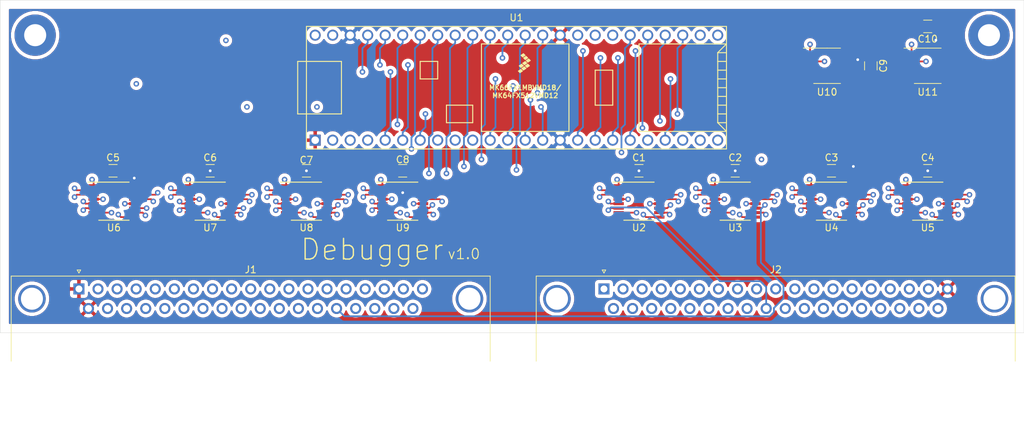
<source format=kicad_pcb>
(kicad_pcb (version 20171130) (host pcbnew 5.1.5-52549c5~84~ubuntu18.04.1)
  (layers (0 F.Cu signal) (1 In1.Cu signal) (2 In2.Cu signal) (31 B.Cu signal) (34 B.Paste user) (35 F.Paste user) (36 B.SilkS user) (37 F.SilkS user) (38 B.Mask user) (39 F.Mask user) (44 Edge.Cuts user))
  (net 0 "")
  (net 1 GND)
  (net 2 +3V3)
  (net 3 clk_b)
  (net 4 clk_a)
  (net 5 "Net-(U10-Pad3)")
  (net 6 "Net-(U11-Pad3)")
  (net 7 "Net-(J1-Pad21)")
  (net 8 "Net-(J2-Pad37)")
  (net 9 "Net-(J2-Pad18)")
  (net 10 inst_14)
  (net 11 inst_12)
  (net 12 inst_10)
  (net 13 inst_8)
  (net 14 inst_6)
  (net 15 inst_4)
  (net 16 inst_2)
  (net 17 inst_0)
  (net 18 inst_15)
  (net 19 inst_13)
  (net 20 inst_11)
  (net 21 inst_9)
  (net 22 inst_7)
  (net 23 inst_5)
  (net 24 inst_3)
  (net 25 inst_1)
  (net 26 reset)
  (net 27 rom_oe)
  (net 28 rom_we)
  (net 29 "Net-(U1-Pad53)")
  (net 30 "Net-(U1-Pad52)")
  (net 31 "Net-(U1-Pad38)")
  (net 32 "Net-(U1-Pad37)")
  (net 33 areg_mem14)
  (net 34 areg_mem12)
  (net 35 areg_mem10)
  (net 36 areg_mem8)
  (net 37 areg_mem6)
  (net 38 areg_mem4)
  (net 39 areg_mem2)
  (net 40 areg_mem0)
  (net 41 areg_mem15)
  (net 42 areg_mem13)
  (net 43 areg_mem11)
  (net 44 areg_mem9)
  (net 45 areg_mem7)
  (net 46 areg_mem5)
  (net 47 areg_mem3)
  (net 48 areg_mem1)
  (net 49 dreg15)
  (net 50 dreg13)
  (net 51 dreg11)
  (net 52 dreg9)
  (net 53 dreg7)
  (net 54 dreg5)
  (net 55 dreg3)
  (net 56 dreg1)
  (net 57 pc14)
  (net 58 pc12)
  (net 59 pc10)
  (net 60 pc8)
  (net 61 pc6)
  (net 62 pc4)
  (net 63 pc2)
  (net 64 pc0)
  (net 65 dreg14)
  (net 66 dreg12)
  (net 67 dreg10)
  (net 68 dreg8)
  (net 69 dreg6)
  (net 70 dreg4)
  (net 71 dreg2)
  (net 72 dreg0)
  (net 73 pc13)
  (net 74 pc11)
  (net 75 pc9)
  (net 76 pc7)
  (net 77 pc5)
  (net 78 pc3)
  (net 79 pc1)
  (net 80 inst_dreg0)
  (net 81 inst_dreg1)
  (net 82 inst_dreg2)
  (net 83 inst_dreg3)
  (net 84 inst_dreg4)
  (net 85 inst_dreg5)
  (net 86 inst_dreg6)
  (net 87 inst_dreg7)
  (net 88 inst_dreg8)
  (net 89 pc_aregmem0)
  (net 90 pc_aregmem1)
  (net 91 pc_aregmem2)
  (net 92 pc_aregmem3)
  (net 93 pc_aregmem4)
  (net 94 pc_aregmem5)
  (net 95 pc_aregmem6)
  (net 96 pc_aregmem7)
  (net 97 pc_aregmem8)
  (net 98 pc_aregmem9)
  (net 99 pc_aregmem10)
  (net 100 pc_aregmem11)
  (net 101 inst_dreg9)
  (net 102 inst_dreg10)
  (net 103 inst_dreg11)
  (net 104 inst_dreg12)
  (net 105 inst_dreg13)
  (net 106 inst_dreg14)
  (net 107 inst_dreg15)
  (net 108 clk_b_pre)
  (net 109 clk_a_pre)
  (net 110 pc_aregmem12)
  (net 111 pc_aregmem13)
  (net 112 pc_aregmem15)
  (net 113 pc_aregmem14)
  (net 114 sel_inst_dreg)
  (net 115 sel_pc_aregmem)
  (net 116 "Net-(U9-Pad14)")
  (net 117 "Net-(U10-Pad5)")
  (net 118 "Net-(U10-Pad4)")
  (net 119 "Net-(U11-Pad5)")
  (net 120 "Net-(U11-Pad4)")
  (net 121 "Net-(U1-Pad36)")
  (module Package_SO:TSSOP-16_4.4x5mm_P0.65mm (layer F.Cu) (at 186.69 114.3)
    (fp_text reference U3 (at 0 3.81) (layer F.SilkS))
    (fp_text value SN74CBTLV3257PWR)
    (pad 16 smd rect (at 2.95 -2.275) (size 1.5 0.45) (layers F.Cu F.Paste F.Mask) (net 2 +3V3))
    (pad 15 smd rect (at 2.95 -1.625) (size 1.5 0.45) (layers F.Cu F.Paste F.Mask) (net 1 GND))
    (pad 14 smd rect (at 2.95 -0.975) (size 1.5 0.45) (layers F.Cu F.Paste F.Mask) (net 22 inst_7))
    (pad 13 smd rect (at 2.95 -0.325) (size 1.5 0.45) (layers F.Cu F.Paste F.Mask) (net 53 dreg7))
    (pad 12 smd rect (at 2.95 0.325) (size 1.5 0.45) (layers F.Cu F.Paste F.Mask) (net 87 inst_dreg7))
    (pad 11 smd rect (at 2.95 0.975) (size 1.5 0.45) (layers F.Cu F.Paste F.Mask) (net 14 inst_6))
    (pad 10 smd rect (at 2.95 1.625) (size 1.5 0.45) (layers F.Cu F.Paste F.Mask) (net 69 dreg6))
    (pad 9 smd rect (at 2.95 2.275) (size 1.5 0.45) (layers F.Cu F.Paste F.Mask) (net 86 inst_dreg6))
    (pad 8 smd rect (at -2.95 2.275) (size 1.5 0.45) (layers F.Cu F.Paste F.Mask) (net 1 GND))
    (pad 7 smd rect (at -2.95 1.625) (size 1.5 0.45) (layers F.Cu F.Paste F.Mask) (net 85 inst_dreg5))
    (pad 6 smd rect (at -2.95 0.975) (size 1.5 0.45) (layers F.Cu F.Paste F.Mask) (net 54 dreg5))
    (pad 5 smd rect (at -2.95 0.325) (size 1.5 0.45) (layers F.Cu F.Paste F.Mask) (net 23 inst_5))
    (pad 4 smd rect (at -2.95 -0.325) (size 1.5 0.45) (layers F.Cu F.Paste F.Mask) (net 84 inst_dreg4))
    (pad 3 smd rect (at -2.95 -0.975) (size 1.5 0.45) (layers F.Cu F.Paste F.Mask) (net 70 dreg4))
    (pad 2 smd rect (at -2.95 -1.625) (size 1.5 0.45) (layers F.Cu F.Paste F.Mask) (net 15 inst_4))
    (pad 1 smd rect (at -2.95 -2.275) (size 1.5 0.45) (layers F.Cu F.Paste F.Mask) (net 114 sel_inst_dreg))
  )
  (module Package_SO:SOIC-8_3.9x4.9mm_P1.27mm (layer F.Cu) (at 214.63 94.615)
    (fp_text reference U11 (at 0 3.81) (layer F.SilkS))
    (fp_text value PI6C49CB04AQ)
    (pad 8 smd roundrect (at 2.475 -1.905) (size 1.95 0.6) (layers F.Cu F.Paste F.Mask) (net 2 +3V3))
    (pad 7 smd roundrect (at 2.475 -0.635) (size 1.95 0.6) (layers F.Cu F.Paste F.Mask) (net 2 +3V3))
    (pad 6 smd roundrect (at 2.475 0.635) (size 1.95 0.6) (layers F.Cu F.Paste F.Mask) (net 1 GND))
    (pad 5 smd roundrect (at 2.475 1.905) (size 1.95 0.6) (layers F.Cu F.Paste F.Mask) (net 119 "Net-(U11-Pad5)"))
    (pad 4 smd roundrect (at -2.475 1.905) (size 1.95 0.6) (layers F.Cu F.Paste F.Mask) (net 120 "Net-(U11-Pad4)"))
    (pad 3 smd roundrect (at -2.475 0.635) (size 1.95 0.6) (layers F.Cu F.Paste F.Mask) (net 6 "Net-(U11-Pad3)"))
    (pad 2 smd roundrect (at -2.475 -0.635) (size 1.95 0.6) (layers F.Cu F.Paste F.Mask) (net 3 clk_b))
    (pad 1 smd roundrect (at -2.475 -1.905) (size 1.95 0.6) (layers F.Cu F.Paste F.Mask) (net 108 clk_b_pre))
  )
  (module Package_SO:SOIC-8_3.9x4.9mm_P1.27mm (layer F.Cu) (at 200.025 94.615)
    (fp_text reference U10 (at 0 3.81) (layer F.SilkS))
    (fp_text value PI6C49CB04AQ)
    (pad 8 smd roundrect (at 2.475 -1.905) (size 1.95 0.6) (layers F.Cu F.Paste F.Mask) (net 2 +3V3))
    (pad 7 smd roundrect (at 2.475 -0.635) (size 1.95 0.6) (layers F.Cu F.Paste F.Mask) (net 2 +3V3))
    (pad 6 smd roundrect (at 2.475 0.635) (size 1.95 0.6) (layers F.Cu F.Paste F.Mask) (net 1 GND))
    (pad 5 smd roundrect (at 2.475 1.905) (size 1.95 0.6) (layers F.Cu F.Paste F.Mask) (net 117 "Net-(U10-Pad5)"))
    (pad 4 smd roundrect (at -2.475 1.905) (size 1.95 0.6) (layers F.Cu F.Paste F.Mask) (net 118 "Net-(U10-Pad4)"))
    (pad 3 smd roundrect (at -2.475 0.635) (size 1.95 0.6) (layers F.Cu F.Paste F.Mask) (net 5 "Net-(U10-Pad3)"))
    (pad 2 smd roundrect (at -2.475 -0.635) (size 1.95 0.6) (layers F.Cu F.Paste F.Mask) (net 4 clk_a))
    (pad 1 smd roundrect (at -2.475 -1.905) (size 1.95 0.6) (layers F.Cu F.Paste F.Mask) (net 109 clk_a_pre))
  )
  (module Capacitor_SMD:C_1206_3216Metric (layer F.Cu) (at 214.63 88.9 180)
    (fp_text reference C10 (at 0 -1.82) (layer F.SilkS))
    (fp_text value 0.1uF)
    (pad 2 smd roundrect (at 1.4 0 180) (size 1.25 1.75) (layers F.Cu F.Paste F.Mask) (roundrect_rratio 0.2) (net 1 GND))
    (pad 1 smd roundrect (at -1.4 0 180) (size 1.25 1.75) (layers F.Cu F.Paste F.Mask) (roundrect_rratio 0.2) (net 2 +3V3))
  )
  (module Capacitor_SMD:C_1206_3216Metric (layer F.Cu) (at 206.375 94.615 270)
    (fp_text reference C9 (at 0 -1.82 90) (layer F.SilkS))
    (fp_text value 0.1uF)
    (pad 2 smd roundrect (at 1.4 0 270) (size 1.25 1.75) (layers F.Cu F.Paste F.Mask) (roundrect_rratio 0.2) (net 1 GND))
    (pad 1 smd roundrect (at -1.4 0 270) (size 1.25 1.75) (layers F.Cu F.Paste F.Mask) (roundrect_rratio 0.2) (net 2 +3V3))
  )
  (module "nandirl logo:Teensy35_36" (layer F.Cu) (at 154.94 97.79)
    (fp_text reference U1 (at 0 -10.16) (layer F.SilkS))
    (fp_text value Teensy3.6)
    (fp_text user MK64FX512VMD12 (at 1.27 1.143) (layer F.SilkS) (effects (font (size 0.7 0.7))))
    (fp_text user MK66FX1MBVMD18/ (at 1.27 0) (layer F.SilkS) (effects (font (size 0.7 0.7))))
    (pad 53 thru_hole circle (at -29.21 -7.62) (size 1.6 1.6) (drill 1.1) (layers *.Cu *.Mask) (net 29 "Net-(U1-Pad53)"))
    (pad 52 thru_hole circle (at -26.67 -7.62) (size 1.6 1.6) (drill 1.1) (layers *.Cu *.Mask) (net 30 "Net-(U1-Pad52)"))
    (pad 51 thru_hole circle (at -24.13 -7.62) (size 1.6 1.6) (drill 1.1) (layers *.Cu *.Mask) (net 2 +3V3))
    (pad 50 thru_hole circle (at -21.59 -7.62) (size 1.6 1.6) (drill 1.1) (layers *.Cu *.Mask) (net 91 pc_aregmem2))
    (pad 49 thru_hole circle (at -19.05 -7.62) (size 1.6 1.6) (drill 1.1) (layers *.Cu *.Mask) (net 90 pc_aregmem1))
    (pad 48 thru_hole circle (at -16.51 -7.62) (size 1.6 1.6) (drill 1.1) (layers *.Cu *.Mask) (net 86 inst_dreg6))
    (pad 47 thru_hole circle (at -13.97 -7.62) (size 1.6 1.6) (drill 1.1) (layers *.Cu *.Mask) (net 85 inst_dreg5))
    (pad 46 thru_hole circle (at -11.43 -7.62) (size 1.6 1.6) (drill 1.1) (layers *.Cu *.Mask) (net 113 pc_aregmem14))
    (pad 45 thru_hole circle (at -8.89 -7.62) (size 1.6 1.6) (drill 1.1) (layers *.Cu *.Mask) (net 112 pc_aregmem15))
    (pad 44 thru_hole circle (at -6.35 -7.62) (size 1.6 1.6) (drill 1.1) (layers *.Cu *.Mask) (net 111 pc_aregmem13))
    (pad 43 thru_hole circle (at -3.81 -7.62) (size 1.6 1.6) (drill 1.1) (layers *.Cu *.Mask) (net 110 pc_aregmem12))
    (pad 42 thru_hole circle (at -1.27 -7.62) (size 1.6 1.6) (drill 1.1) (layers *.Cu *.Mask) (net 89 pc_aregmem0))
    (pad 41 thru_hole circle (at 1.27 -7.62) (size 1.6 1.6) (drill 1.1) (layers *.Cu *.Mask) (net 81 inst_dreg1))
    (pad 40 thru_hole circle (at 3.81 -7.62) (size 1.6 1.6) (drill 1.1) (layers *.Cu *.Mask) (net 94 pc_aregmem5))
    (pad 39 thru_hole circle (at 6.35 -7.62) (size 1.6 1.6) (drill 1.1) (layers *.Cu *.Mask) (net 1 GND))
    (pad 38 thru_hole circle (at 8.89 -7.62) (size 1.6 1.6) (drill 1.1) (layers *.Cu *.Mask) (net 31 "Net-(U1-Pad38)"))
    (pad 1 thru_hole rect (at -29.21 7.62) (size 1.6 1.6) (drill 1.1) (layers *.Cu *.Mask) (net 1 GND))
    (pad 2 thru_hole circle (at -26.67 7.62) (size 1.6 1.6) (drill 1.1) (layers *.Cu *.Mask) (net 88 inst_dreg8))
    (pad 3 thru_hole circle (at -24.13 7.62) (size 1.6 1.6) (drill 1.1) (layers *.Cu *.Mask) (net 101 inst_dreg9))
    (pad 4 thru_hole circle (at -21.59 7.62) (size 1.6 1.6) (drill 1.1) (layers *.Cu *.Mask) (net 80 inst_dreg0))
    (pad 5 thru_hole circle (at -19.05 7.62) (size 1.6 1.6) (drill 1.1) (layers *.Cu *.Mask) (net 104 inst_dreg12))
    (pad 6 thru_hole circle (at -16.51 7.62) (size 1.6 1.6) (drill 1.1) (layers *.Cu *.Mask) (net 105 inst_dreg13))
    (pad 7 thru_hole circle (at -13.97 7.62) (size 1.6 1.6) (drill 1.1) (layers *.Cu *.Mask) (net 87 inst_dreg7))
    (pad 8 thru_hole circle (at -11.43 7.62) (size 1.6 1.6) (drill 1.1) (layers *.Cu *.Mask) (net 84 inst_dreg4))
    (pad 9 thru_hole circle (at -8.89 7.62) (size 1.6 1.6) (drill 1.1) (layers *.Cu *.Mask) (net 82 inst_dreg2))
    (pad 10 thru_hole circle (at -6.35 7.62) (size 1.6 1.6) (drill 1.1) (layers *.Cu *.Mask) (net 83 inst_dreg3))
    (pad 11 thru_hole circle (at -3.81 7.62) (size 1.6 1.6) (drill 1.1) (layers *.Cu *.Mask) (net 92 pc_aregmem3))
    (pad 12 thru_hole circle (at -1.27 7.62) (size 1.6 1.6) (drill 1.1) (layers *.Cu *.Mask) (net 93 pc_aregmem4))
    (pad 13 thru_hole circle (at 1.27 7.62) (size 1.6 1.6) (drill 1.1) (layers *.Cu *.Mask) (net 95 pc_aregmem6))
    (pad 37 thru_hole circle (at 11.43 -7.62) (size 1.6 1.6) (drill 1.1) (layers *.Cu *.Mask) (net 32 "Net-(U1-Pad37)"))
    (pad 36 thru_hole circle (at 13.97 -7.62) (size 1.6 1.6) (drill 1.1) (layers *.Cu *.Mask) (net 121 "Net-(U1-Pad36)"))
    (pad 35 thru_hole circle (at 16.51 -7.62) (size 1.6 1.6) (drill 1.1) (layers *.Cu *.Mask) (net 100 pc_aregmem11))
    (pad 34 thru_hole circle (at 19.05 -7.62) (size 1.6 1.6) (drill 1.1) (layers *.Cu *.Mask) (net 99 pc_aregmem10))
    (pad 33 thru_hole circle (at 21.59 -7.62) (size 1.6 1.6) (drill 1.1) (layers *.Cu *.Mask) (net 98 pc_aregmem9))
    (pad 32 thru_hole circle (at 24.13 -7.62) (size 1.6 1.6) (drill 1.1) (layers *.Cu *.Mask) (net 97 pc_aregmem8))
    (pad 31 thru_hole circle (at 26.67 -7.62) (size 1.6 1.6) (drill 1.1) (layers *.Cu *.Mask) (net 108 clk_b_pre))
    (pad 30 thru_hole circle (at 29.21 -7.62) (size 1.6 1.6) (drill 1.1) (layers *.Cu *.Mask) (net 109 clk_a_pre))
    (pad 24 thru_hole circle (at 29.21 7.62) (size 1.6 1.6) (drill 1.1) (layers *.Cu *.Mask) (net 27 rom_oe))
    (pad 23 thru_hole circle (at 26.67 7.62) (size 1.6 1.6) (drill 1.1) (layers *.Cu *.Mask) (net 28 rom_we))
    (pad 22 thru_hole circle (at 24.13 7.62) (size 1.6 1.6) (drill 1.1) (layers *.Cu *.Mask) (net 103 inst_dreg11))
    (pad 21 thru_hole circle (at 21.59 7.62) (size 1.6 1.6) (drill 1.1) (layers *.Cu *.Mask) (net 102 inst_dreg10))
    (pad 14 thru_hole circle (at 3.81 7.62) (size 1.6 1.6) (drill 1.1) (layers *.Cu *.Mask) (net 96 pc_aregmem7))
    (pad 15 thru_hole circle (at 6.35 7.62) (size 1.6 1.6) (drill 1.1) (layers *.Cu *.Mask) (net 2 +3V3))
    (pad 16 thru_hole circle (at 8.89 7.62) (size 1.6 1.6) (drill 1.1) (layers *.Cu *.Mask) (net 26 reset))
    (pad 20 thru_hole circle (at 19.05 7.62) (size 1.6 1.6) (drill 1.1) (layers *.Cu *.Mask) (net 114 sel_inst_dreg))
    (pad 19 thru_hole circle (at 16.51 7.62) (size 1.6 1.6) (drill 1.1) (layers *.Cu *.Mask) (net 107 inst_dreg15))
    (pad 18 thru_hole circle (at 13.97 7.62) (size 1.6 1.6) (drill 1.1) (layers *.Cu *.Mask) (net 106 inst_dreg14))
    (pad 17 thru_hole circle (at 11.43 7.62) (size 1.6 1.6) (drill 1.1) (layers *.Cu *.Mask) (net 115 sel_pc_aregmem))
  )
  (module Package_SO:TSSOP-16_4.4x5mm_P0.65mm (layer F.Cu) (at 138.43 114.3)
    (fp_text reference U9 (at 0 3.81) (layer F.SilkS))
    (fp_text value SN74CBTLV3257PWR)
    (pad 16 smd rect (at 2.95 -2.275) (size 1.5 0.45) (layers F.Cu F.Paste F.Mask) (net 2 +3V3))
    (pad 15 smd rect (at 2.95 -1.625) (size 1.5 0.45) (layers F.Cu F.Paste F.Mask) (net 1 GND))
    (pad 14 smd rect (at 2.95 -0.975) (size 1.5 0.45) (layers F.Cu F.Paste F.Mask) (net 116 "Net-(U9-Pad14)"))
    (pad 13 smd rect (at 2.95 -0.325) (size 1.5 0.45) (layers F.Cu F.Paste F.Mask) (net 41 areg_mem15))
    (pad 12 smd rect (at 2.95 0.325) (size 1.5 0.45) (layers F.Cu F.Paste F.Mask) (net 112 pc_aregmem15))
    (pad 11 smd rect (at 2.95 0.975) (size 1.5 0.45) (layers F.Cu F.Paste F.Mask) (net 57 pc14))
    (pad 10 smd rect (at 2.95 1.625) (size 1.5 0.45) (layers F.Cu F.Paste F.Mask) (net 33 areg_mem14))
    (pad 9 smd rect (at 2.95 2.275) (size 1.5 0.45) (layers F.Cu F.Paste F.Mask) (net 113 pc_aregmem14))
    (pad 8 smd rect (at -2.95 2.275) (size 1.5 0.45) (layers F.Cu F.Paste F.Mask) (net 1 GND))
    (pad 7 smd rect (at -2.95 1.625) (size 1.5 0.45) (layers F.Cu F.Paste F.Mask) (net 111 pc_aregmem13))
    (pad 6 smd rect (at -2.95 0.975) (size 1.5 0.45) (layers F.Cu F.Paste F.Mask) (net 42 areg_mem13))
    (pad 5 smd rect (at -2.95 0.325) (size 1.5 0.45) (layers F.Cu F.Paste F.Mask) (net 73 pc13))
    (pad 4 smd rect (at -2.95 -0.325) (size 1.5 0.45) (layers F.Cu F.Paste F.Mask) (net 110 pc_aregmem12))
    (pad 3 smd rect (at -2.95 -0.975) (size 1.5 0.45) (layers F.Cu F.Paste F.Mask) (net 34 areg_mem12))
    (pad 2 smd rect (at -2.95 -1.625) (size 1.5 0.45) (layers F.Cu F.Paste F.Mask) (net 58 pc12))
    (pad 1 smd rect (at -2.95 -2.275) (size 1.5 0.45) (layers F.Cu F.Paste F.Mask) (net 115 sel_pc_aregmem))
  )
  (module Package_SO:TSSOP-16_4.4x5mm_P0.65mm (layer F.Cu) (at 124.46 114.3)
    (fp_text reference U8 (at 0 3.81) (layer F.SilkS))
    (fp_text value SN74CBTLV3257PWR)
    (pad 16 smd rect (at 2.95 -2.275) (size 1.5 0.45) (layers F.Cu F.Paste F.Mask) (net 2 +3V3))
    (pad 15 smd rect (at 2.95 -1.625) (size 1.5 0.45) (layers F.Cu F.Paste F.Mask) (net 1 GND))
    (pad 14 smd rect (at 2.95 -0.975) (size 1.5 0.45) (layers F.Cu F.Paste F.Mask) (net 74 pc11))
    (pad 13 smd rect (at 2.95 -0.325) (size 1.5 0.45) (layers F.Cu F.Paste F.Mask) (net 43 areg_mem11))
    (pad 12 smd rect (at 2.95 0.325) (size 1.5 0.45) (layers F.Cu F.Paste F.Mask) (net 100 pc_aregmem11))
    (pad 11 smd rect (at 2.95 0.975) (size 1.5 0.45) (layers F.Cu F.Paste F.Mask) (net 59 pc10))
    (pad 10 smd rect (at 2.95 1.625) (size 1.5 0.45) (layers F.Cu F.Paste F.Mask) (net 35 areg_mem10))
    (pad 9 smd rect (at 2.95 2.275) (size 1.5 0.45) (layers F.Cu F.Paste F.Mask) (net 99 pc_aregmem10))
    (pad 8 smd rect (at -2.95 2.275) (size 1.5 0.45) (layers F.Cu F.Paste F.Mask) (net 1 GND))
    (pad 7 smd rect (at -2.95 1.625) (size 1.5 0.45) (layers F.Cu F.Paste F.Mask) (net 98 pc_aregmem9))
    (pad 6 smd rect (at -2.95 0.975) (size 1.5 0.45) (layers F.Cu F.Paste F.Mask) (net 44 areg_mem9))
    (pad 5 smd rect (at -2.95 0.325) (size 1.5 0.45) (layers F.Cu F.Paste F.Mask) (net 75 pc9))
    (pad 4 smd rect (at -2.95 -0.325) (size 1.5 0.45) (layers F.Cu F.Paste F.Mask) (net 97 pc_aregmem8))
    (pad 3 smd rect (at -2.95 -0.975) (size 1.5 0.45) (layers F.Cu F.Paste F.Mask) (net 36 areg_mem8))
    (pad 2 smd rect (at -2.95 -1.625) (size 1.5 0.45) (layers F.Cu F.Paste F.Mask) (net 60 pc8))
    (pad 1 smd rect (at -2.95 -2.275) (size 1.5 0.45) (layers F.Cu F.Paste F.Mask) (net 115 sel_pc_aregmem))
  )
  (module Package_SO:TSSOP-16_4.4x5mm_P0.65mm (layer F.Cu) (at 110.49 114.3)
    (fp_text reference U7 (at 0 3.81) (layer F.SilkS))
    (fp_text value SN74CBTLV3257PWR)
    (pad 16 smd rect (at 2.95 -2.275) (size 1.5 0.45) (layers F.Cu F.Paste F.Mask) (net 2 +3V3))
    (pad 15 smd rect (at 2.95 -1.625) (size 1.5 0.45) (layers F.Cu F.Paste F.Mask) (net 1 GND))
    (pad 14 smd rect (at 2.95 -0.975) (size 1.5 0.45) (layers F.Cu F.Paste F.Mask) (net 76 pc7))
    (pad 13 smd rect (at 2.95 -0.325) (size 1.5 0.45) (layers F.Cu F.Paste F.Mask) (net 45 areg_mem7))
    (pad 12 smd rect (at 2.95 0.325) (size 1.5 0.45) (layers F.Cu F.Paste F.Mask) (net 96 pc_aregmem7))
    (pad 11 smd rect (at 2.95 0.975) (size 1.5 0.45) (layers F.Cu F.Paste F.Mask) (net 61 pc6))
    (pad 10 smd rect (at 2.95 1.625) (size 1.5 0.45) (layers F.Cu F.Paste F.Mask) (net 37 areg_mem6))
    (pad 9 smd rect (at 2.95 2.275) (size 1.5 0.45) (layers F.Cu F.Paste F.Mask) (net 95 pc_aregmem6))
    (pad 8 smd rect (at -2.95 2.275) (size 1.5 0.45) (layers F.Cu F.Paste F.Mask) (net 1 GND))
    (pad 7 smd rect (at -2.95 1.625) (size 1.5 0.45) (layers F.Cu F.Paste F.Mask) (net 94 pc_aregmem5))
    (pad 6 smd rect (at -2.95 0.975) (size 1.5 0.45) (layers F.Cu F.Paste F.Mask) (net 46 areg_mem5))
    (pad 5 smd rect (at -2.95 0.325) (size 1.5 0.45) (layers F.Cu F.Paste F.Mask) (net 77 pc5))
    (pad 4 smd rect (at -2.95 -0.325) (size 1.5 0.45) (layers F.Cu F.Paste F.Mask) (net 93 pc_aregmem4))
    (pad 3 smd rect (at -2.95 -0.975) (size 1.5 0.45) (layers F.Cu F.Paste F.Mask) (net 38 areg_mem4))
    (pad 2 smd rect (at -2.95 -1.625) (size 1.5 0.45) (layers F.Cu F.Paste F.Mask) (net 62 pc4))
    (pad 1 smd rect (at -2.95 -2.275) (size 1.5 0.45) (layers F.Cu F.Paste F.Mask) (net 115 sel_pc_aregmem))
  )
  (module Package_SO:TSSOP-16_4.4x5mm_P0.65mm (layer F.Cu) (at 96.52 114.3)
    (fp_text reference U6 (at 0 3.81) (layer F.SilkS))
    (fp_text value SN74CBTLV3257PWR)
    (pad 16 smd rect (at 2.95 -2.275) (size 1.5 0.45) (layers F.Cu F.Paste F.Mask) (net 2 +3V3))
    (pad 15 smd rect (at 2.95 -1.625) (size 1.5 0.45) (layers F.Cu F.Paste F.Mask) (net 1 GND))
    (pad 14 smd rect (at 2.95 -0.975) (size 1.5 0.45) (layers F.Cu F.Paste F.Mask) (net 78 pc3))
    (pad 13 smd rect (at 2.95 -0.325) (size 1.5 0.45) (layers F.Cu F.Paste F.Mask) (net 47 areg_mem3))
    (pad 12 smd rect (at 2.95 0.325) (size 1.5 0.45) (layers F.Cu F.Paste F.Mask) (net 92 pc_aregmem3))
    (pad 11 smd rect (at 2.95 0.975) (size 1.5 0.45) (layers F.Cu F.Paste F.Mask) (net 63 pc2))
    (pad 10 smd rect (at 2.95 1.625) (size 1.5 0.45) (layers F.Cu F.Paste F.Mask) (net 39 areg_mem2))
    (pad 9 smd rect (at 2.95 2.275) (size 1.5 0.45) (layers F.Cu F.Paste F.Mask) (net 91 pc_aregmem2))
    (pad 8 smd rect (at -2.95 2.275) (size 1.5 0.45) (layers F.Cu F.Paste F.Mask) (net 1 GND))
    (pad 7 smd rect (at -2.95 1.625) (size 1.5 0.45) (layers F.Cu F.Paste F.Mask) (net 90 pc_aregmem1))
    (pad 6 smd rect (at -2.95 0.975) (size 1.5 0.45) (layers F.Cu F.Paste F.Mask) (net 48 areg_mem1))
    (pad 5 smd rect (at -2.95 0.325) (size 1.5 0.45) (layers F.Cu F.Paste F.Mask) (net 79 pc1))
    (pad 4 smd rect (at -2.95 -0.325) (size 1.5 0.45) (layers F.Cu F.Paste F.Mask) (net 89 pc_aregmem0))
    (pad 3 smd rect (at -2.95 -0.975) (size 1.5 0.45) (layers F.Cu F.Paste F.Mask) (net 40 areg_mem0))
    (pad 2 smd rect (at -2.95 -1.625) (size 1.5 0.45) (layers F.Cu F.Paste F.Mask) (net 64 pc0))
    (pad 1 smd rect (at -2.95 -2.275) (size 1.5 0.45) (layers F.Cu F.Paste F.Mask) (net 115 sel_pc_aregmem))
  )
  (module Package_SO:TSSOP-16_4.4x5mm_P0.65mm (layer F.Cu) (at 214.63 114.3)
    (fp_text reference U5 (at 0 3.81) (layer F.SilkS))
    (fp_text value SN74CBTLV3257PWR)
    (pad 16 smd rect (at 2.95 -2.275) (size 1.5 0.45) (layers F.Cu F.Paste F.Mask) (net 2 +3V3))
    (pad 15 smd rect (at 2.95 -1.625) (size 1.5 0.45) (layers F.Cu F.Paste F.Mask) (net 1 GND))
    (pad 14 smd rect (at 2.95 -0.975) (size 1.5 0.45) (layers F.Cu F.Paste F.Mask) (net 18 inst_15))
    (pad 13 smd rect (at 2.95 -0.325) (size 1.5 0.45) (layers F.Cu F.Paste F.Mask) (net 49 dreg15))
    (pad 12 smd rect (at 2.95 0.325) (size 1.5 0.45) (layers F.Cu F.Paste F.Mask) (net 107 inst_dreg15))
    (pad 11 smd rect (at 2.95 0.975) (size 1.5 0.45) (layers F.Cu F.Paste F.Mask) (net 10 inst_14))
    (pad 10 smd rect (at 2.95 1.625) (size 1.5 0.45) (layers F.Cu F.Paste F.Mask) (net 65 dreg14))
    (pad 9 smd rect (at 2.95 2.275) (size 1.5 0.45) (layers F.Cu F.Paste F.Mask) (net 106 inst_dreg14))
    (pad 8 smd rect (at -2.95 2.275) (size 1.5 0.45) (layers F.Cu F.Paste F.Mask) (net 1 GND))
    (pad 7 smd rect (at -2.95 1.625) (size 1.5 0.45) (layers F.Cu F.Paste F.Mask) (net 105 inst_dreg13))
    (pad 6 smd rect (at -2.95 0.975) (size 1.5 0.45) (layers F.Cu F.Paste F.Mask) (net 50 dreg13))
    (pad 5 smd rect (at -2.95 0.325) (size 1.5 0.45) (layers F.Cu F.Paste F.Mask) (net 19 inst_13))
    (pad 4 smd rect (at -2.95 -0.325) (size 1.5 0.45) (layers F.Cu F.Paste F.Mask) (net 104 inst_dreg12))
    (pad 3 smd rect (at -2.95 -0.975) (size 1.5 0.45) (layers F.Cu F.Paste F.Mask) (net 66 dreg12))
    (pad 2 smd rect (at -2.95 -1.625) (size 1.5 0.45) (layers F.Cu F.Paste F.Mask) (net 11 inst_12))
    (pad 1 smd rect (at -2.95 -2.275) (size 1.5 0.45) (layers F.Cu F.Paste F.Mask) (net 114 sel_inst_dreg))
  )
  (module Package_SO:TSSOP-16_4.4x5mm_P0.65mm (layer F.Cu) (at 200.66 114.3)
    (fp_text reference U4 (at 0 3.81) (layer F.SilkS))
    (fp_text value SN74CBTLV3257PWR)
    (pad 16 smd rect (at 2.95 -2.275) (size 1.5 0.45) (layers F.Cu F.Paste F.Mask) (net 2 +3V3))
    (pad 15 smd rect (at 2.95 -1.625) (size 1.5 0.45) (layers F.Cu F.Paste F.Mask) (net 1 GND))
    (pad 14 smd rect (at 2.95 -0.975) (size 1.5 0.45) (layers F.Cu F.Paste F.Mask) (net 20 inst_11))
    (pad 13 smd rect (at 2.95 -0.325) (size 1.5 0.45) (layers F.Cu F.Paste F.Mask) (net 51 dreg11))
    (pad 12 smd rect (at 2.95 0.325) (size 1.5 0.45) (layers F.Cu F.Paste F.Mask) (net 103 inst_dreg11))
    (pad 11 smd rect (at 2.95 0.975) (size 1.5 0.45) (layers F.Cu F.Paste F.Mask) (net 12 inst_10))
    (pad 10 smd rect (at 2.95 1.625) (size 1.5 0.45) (layers F.Cu F.Paste F.Mask) (net 67 dreg10))
    (pad 9 smd rect (at 2.95 2.275) (size 1.5 0.45) (layers F.Cu F.Paste F.Mask) (net 102 inst_dreg10))
    (pad 8 smd rect (at -2.95 2.275) (size 1.5 0.45) (layers F.Cu F.Paste F.Mask) (net 1 GND))
    (pad 7 smd rect (at -2.95 1.625) (size 1.5 0.45) (layers F.Cu F.Paste F.Mask) (net 101 inst_dreg9))
    (pad 6 smd rect (at -2.95 0.975) (size 1.5 0.45) (layers F.Cu F.Paste F.Mask) (net 52 dreg9))
    (pad 5 smd rect (at -2.95 0.325) (size 1.5 0.45) (layers F.Cu F.Paste F.Mask) (net 21 inst_9))
    (pad 4 smd rect (at -2.95 -0.325) (size 1.5 0.45) (layers F.Cu F.Paste F.Mask) (net 88 inst_dreg8))
    (pad 3 smd rect (at -2.95 -0.975) (size 1.5 0.45) (layers F.Cu F.Paste F.Mask) (net 68 dreg8))
    (pad 2 smd rect (at -2.95 -1.625) (size 1.5 0.45) (layers F.Cu F.Paste F.Mask) (net 13 inst_8))
    (pad 1 smd rect (at -2.95 -2.275) (size 1.5 0.45) (layers F.Cu F.Paste F.Mask) (net 114 sel_inst_dreg))
  )
  (module Package_SO:TSSOP-16_4.4x5mm_P0.65mm (layer F.Cu) (at 172.72 114.3)
    (fp_text reference U2 (at 0 3.81) (layer F.SilkS))
    (fp_text value SN74CBTLV3257PWR)
    (pad 16 smd rect (at 2.95 -2.275) (size 1.5 0.45) (layers F.Cu F.Paste F.Mask) (net 2 +3V3))
    (pad 15 smd rect (at 2.95 -1.625) (size 1.5 0.45) (layers F.Cu F.Paste F.Mask) (net 1 GND))
    (pad 14 smd rect (at 2.95 -0.975) (size 1.5 0.45) (layers F.Cu F.Paste F.Mask) (net 24 inst_3))
    (pad 13 smd rect (at 2.95 -0.325) (size 1.5 0.45) (layers F.Cu F.Paste F.Mask) (net 55 dreg3))
    (pad 12 smd rect (at 2.95 0.325) (size 1.5 0.45) (layers F.Cu F.Paste F.Mask) (net 83 inst_dreg3))
    (pad 11 smd rect (at 2.95 0.975) (size 1.5 0.45) (layers F.Cu F.Paste F.Mask) (net 16 inst_2))
    (pad 10 smd rect (at 2.95 1.625) (size 1.5 0.45) (layers F.Cu F.Paste F.Mask) (net 71 dreg2))
    (pad 9 smd rect (at 2.95 2.275) (size 1.5 0.45) (layers F.Cu F.Paste F.Mask) (net 82 inst_dreg2))
    (pad 8 smd rect (at -2.95 2.275) (size 1.5 0.45) (layers F.Cu F.Paste F.Mask) (net 1 GND))
    (pad 7 smd rect (at -2.95 1.625) (size 1.5 0.45) (layers F.Cu F.Paste F.Mask) (net 81 inst_dreg1))
    (pad 6 smd rect (at -2.95 0.975) (size 1.5 0.45) (layers F.Cu F.Paste F.Mask) (net 56 dreg1))
    (pad 5 smd rect (at -2.95 0.325) (size 1.5 0.45) (layers F.Cu F.Paste F.Mask) (net 25 inst_1))
    (pad 4 smd rect (at -2.95 -0.325) (size 1.5 0.45) (layers F.Cu F.Paste F.Mask) (net 80 inst_dreg0))
    (pad 3 smd rect (at -2.95 -0.975) (size 1.5 0.45) (layers F.Cu F.Paste F.Mask) (net 72 dreg0))
    (pad 2 smd rect (at -2.95 -1.625) (size 1.5 0.45) (layers F.Cu F.Paste F.Mask) (net 17 inst_0))
    (pad 1 smd rect (at -2.95 -2.275) (size 1.5 0.45) (layers F.Cu F.Paste F.Mask) (net 114 sel_inst_dreg))
  )
  (module Capacitor_SMD:C_1206_3216Metric (layer F.Cu) (at 138.43 109.855 180)
    (fp_text reference C8 (at 0 1.625) (layer F.SilkS))
    (fp_text value 0.1uF)
    (pad 2 smd roundrect (at 1.4 0 180) (size 1.25 1.75) (layers F.Cu F.Paste F.Mask) (roundrect_rratio 0.2) (net 1 GND))
    (pad 1 smd roundrect (at -1.4 0 180) (size 1.25 1.75) (layers F.Cu F.Paste F.Mask) (roundrect_rratio 0.2) (net 2 +3V3))
  )
  (module Capacitor_SMD:C_1206_3216Metric (layer F.Cu) (at 124.46 109.855 180)
    (fp_text reference C7 (at 0 1.56) (layer F.SilkS))
    (fp_text value 0.1uF)
    (pad 2 smd roundrect (at 1.4 0 180) (size 1.25 1.75) (layers F.Cu F.Paste F.Mask) (roundrect_rratio 0.2) (net 1 GND))
    (pad 1 smd roundrect (at -1.4 0 180) (size 1.25 1.75) (layers F.Cu F.Paste F.Mask) (roundrect_rratio 0.2) (net 2 +3V3))
  )
  (module Capacitor_SMD:C_1206_3216Metric (layer F.Cu) (at 110.49 109.855 180)
    (fp_text reference C6 (at 0 1.905) (layer F.SilkS))
    (fp_text value 0.1uF)
    (pad 2 smd roundrect (at 1.4 0 180) (size 1.25 1.75) (layers F.Cu F.Paste F.Mask) (roundrect_rratio 0.2) (net 1 GND))
    (pad 1 smd roundrect (at -1.4 0 180) (size 1.25 1.75) (layers F.Cu F.Paste F.Mask) (roundrect_rratio 0.2) (net 2 +3V3))
  )
  (module Capacitor_SMD:C_1206_3216Metric (layer F.Cu) (at 96.39 109.855 180)
    (fp_text reference C5 (at 0 1.905) (layer F.SilkS))
    (fp_text value 0.1uF)
    (pad 2 smd roundrect (at 1.4 0 180) (size 1.25 1.75) (layers F.Cu F.Paste F.Mask) (roundrect_rratio 0.2) (net 1 GND))
    (pad 1 smd roundrect (at -1.4 0 180) (size 1.25 1.75) (layers F.Cu F.Paste F.Mask) (roundrect_rratio 0.2) (net 2 +3V3))
  )
  (module Capacitor_SMD:C_1206_3216Metric (layer F.Cu) (at 214.63 109.855 180)
    (fp_text reference C4 (at 0 1.905) (layer F.SilkS))
    (fp_text value 0.1uF)
    (pad 2 smd roundrect (at 1.4 0 180) (size 1.25 1.75) (layers F.Cu F.Paste F.Mask) (roundrect_rratio 0.2) (net 1 GND))
    (pad 1 smd roundrect (at -1.4 0 180) (size 1.25 1.75) (layers F.Cu F.Paste F.Mask) (roundrect_rratio 0.2) (net 2 +3V3))
  )
  (module Capacitor_SMD:C_1206_3216Metric (layer F.Cu) (at 200.66 109.855 180)
    (fp_text reference C3 (at 0 1.905) (layer F.SilkS))
    (fp_text value 0.1uF)
    (pad 2 smd roundrect (at 1.4 0 180) (size 1.25 1.75) (layers F.Cu F.Paste F.Mask) (roundrect_rratio 0.2) (net 1 GND))
    (pad 1 smd roundrect (at -1.4 0 180) (size 1.25 1.75) (layers F.Cu F.Paste F.Mask) (roundrect_rratio 0.2) (net 2 +3V3))
  )
  (module Capacitor_SMD:C_1206_3216Metric (layer F.Cu) (at 186.69 109.855 180)
    (fp_text reference C2 (at 0 1.905) (layer F.SilkS))
    (fp_text value 0.1uF)
    (pad 2 smd roundrect (at 1.4 0 180) (size 1.25 1.75) (layers F.Cu F.Paste F.Mask) (roundrect_rratio 0.2) (net 1 GND))
    (pad 1 smd roundrect (at -1.4 0 180) (size 1.25 1.75) (layers F.Cu F.Paste F.Mask) (roundrect_rratio 0.2) (net 2 +3V3))
  )
  (module Capacitor_SMD:C_1206_3216Metric (layer F.Cu) (at 172.72 109.855 180)
    (fp_text reference C1 (at 0 1.905) (layer F.SilkS))
    (fp_text value 0.1uF)
    (pad 2 smd roundrect (at 1.4 0 180) (size 1.25 1.75) (layers F.Cu F.Paste F.Mask) (roundrect_rratio 0.2) (net 1 GND))
    (pad 1 smd roundrect (at -1.4 0 180) (size 1.25 1.75) (layers F.Cu F.Paste F.Mask) (roundrect_rratio 0.2) (net 2 +3V3))
  )
  (module Connector_Dsub:DSUB-37_Male_Horizontal_P2.77x2.84mm_EdgePinOffset7.70mm_Housed_MountingHolesOffset9.12mm (layer F.Cu) (at 91.44 127)
    (fp_text reference J1 (at 24.93 -2.8) (layer F.SilkS))
    (fp_text value DB37_Male)
    (pad 0 thru_hole circle (at 56.68 1.42) (size 4 4) (drill 3.2) (layers *.Cu *.Mask))
    (pad 0 thru_hole circle (at -6.82 1.42) (size 4 4) (drill 3.2) (layers *.Cu *.Mask))
    (pad 37 thru_hole circle (at 48.475 2.84) (size 1.6 1.6) (drill 1) (layers *.Cu *.Mask) (net 10 inst_14))
    (pad 36 thru_hole circle (at 45.705 2.84) (size 1.6 1.6) (drill 1) (layers *.Cu *.Mask) (net 11 inst_12))
    (pad 35 thru_hole circle (at 42.935 2.84) (size 1.6 1.6) (drill 1) (layers *.Cu *.Mask) (net 12 inst_10))
    (pad 34 thru_hole circle (at 40.165 2.84) (size 1.6 1.6) (drill 1) (layers *.Cu *.Mask) (net 13 inst_8))
    (pad 33 thru_hole circle (at 37.395 2.84) (size 1.6 1.6) (drill 1) (layers *.Cu *.Mask) (net 14 inst_6))
    (pad 32 thru_hole circle (at 34.625 2.84) (size 1.6 1.6) (drill 1) (layers *.Cu *.Mask) (net 15 inst_4))
    (pad 31 thru_hole circle (at 31.855 2.84) (size 1.6 1.6) (drill 1) (layers *.Cu *.Mask) (net 16 inst_2))
    (pad 30 thru_hole circle (at 29.085 2.84) (size 1.6 1.6) (drill 1) (layers *.Cu *.Mask) (net 17 inst_0))
    (pad 29 thru_hole circle (at 26.315 2.84) (size 1.6 1.6) (drill 1) (layers *.Cu *.Mask) (net 33 areg_mem14))
    (pad 28 thru_hole circle (at 23.545 2.84) (size 1.6 1.6) (drill 1) (layers *.Cu *.Mask) (net 34 areg_mem12))
    (pad 27 thru_hole circle (at 20.775 2.84) (size 1.6 1.6) (drill 1) (layers *.Cu *.Mask) (net 35 areg_mem10))
    (pad 26 thru_hole circle (at 18.005 2.84) (size 1.6 1.6) (drill 1) (layers *.Cu *.Mask) (net 36 areg_mem8))
    (pad 25 thru_hole circle (at 15.235 2.84) (size 1.6 1.6) (drill 1) (layers *.Cu *.Mask) (net 37 areg_mem6))
    (pad 24 thru_hole circle (at 12.465 2.84) (size 1.6 1.6) (drill 1) (layers *.Cu *.Mask) (net 38 areg_mem4))
    (pad 23 thru_hole circle (at 9.695 2.84) (size 1.6 1.6) (drill 1) (layers *.Cu *.Mask) (net 39 areg_mem2))
    (pad 22 thru_hole circle (at 6.925 2.84) (size 1.6 1.6) (drill 1) (layers *.Cu *.Mask) (net 40 areg_mem0))
    (pad 21 thru_hole circle (at 4.155 2.84) (size 1.6 1.6) (drill 1) (layers *.Cu *.Mask) (net 7 "Net-(J1-Pad21)"))
    (pad 20 thru_hole circle (at 1.385 2.84) (size 1.6 1.6) (drill 1) (layers *.Cu *.Mask) (net 1 GND))
    (pad 19 thru_hole circle (at 49.86 0) (size 1.6 1.6) (drill 1) (layers *.Cu *.Mask) (net 18 inst_15))
    (pad 18 thru_hole circle (at 47.09 0) (size 1.6 1.6) (drill 1) (layers *.Cu *.Mask) (net 19 inst_13))
    (pad 17 thru_hole circle (at 44.32 0) (size 1.6 1.6) (drill 1) (layers *.Cu *.Mask) (net 20 inst_11))
    (pad 16 thru_hole circle (at 41.55 0) (size 1.6 1.6) (drill 1) (layers *.Cu *.Mask) (net 21 inst_9))
    (pad 15 thru_hole circle (at 38.78 0) (size 1.6 1.6) (drill 1) (layers *.Cu *.Mask) (net 22 inst_7))
    (pad 14 thru_hole circle (at 36.01 0) (size 1.6 1.6) (drill 1) (layers *.Cu *.Mask) (net 23 inst_5))
    (pad 13 thru_hole circle (at 33.24 0) (size 1.6 1.6) (drill 1) (layers *.Cu *.Mask) (net 24 inst_3))
    (pad 12 thru_hole circle (at 30.47 0) (size 1.6 1.6) (drill 1) (layers *.Cu *.Mask) (net 25 inst_1))
    (pad 11 thru_hole circle (at 27.7 0) (size 1.6 1.6) (drill 1) (layers *.Cu *.Mask) (net 41 areg_mem15))
    (pad 10 thru_hole circle (at 24.93 0) (size 1.6 1.6) (drill 1) (layers *.Cu *.Mask) (net 42 areg_mem13))
    (pad 9 thru_hole circle (at 22.16 0) (size 1.6 1.6) (drill 1) (layers *.Cu *.Mask) (net 43 areg_mem11))
    (pad 8 thru_hole circle (at 19.39 0) (size 1.6 1.6) (drill 1) (layers *.Cu *.Mask) (net 44 areg_mem9))
    (pad 7 thru_hole circle (at 16.62 0) (size 1.6 1.6) (drill 1) (layers *.Cu *.Mask) (net 45 areg_mem7))
    (pad 6 thru_hole circle (at 13.85 0) (size 1.6 1.6) (drill 1) (layers *.Cu *.Mask) (net 46 areg_mem5))
    (pad 5 thru_hole circle (at 11.08 0) (size 1.6 1.6) (drill 1) (layers *.Cu *.Mask) (net 47 areg_mem3))
    (pad 4 thru_hole circle (at 8.31 0) (size 1.6 1.6) (drill 1) (layers *.Cu *.Mask) (net 48 areg_mem1))
    (pad 3 thru_hole circle (at 5.54 0) (size 1.6 1.6) (drill 1) (layers *.Cu *.Mask) (net 26 reset))
    (pad 2 thru_hole circle (at 2.77 0) (size 1.6 1.6) (drill 1) (layers *.Cu *.Mask) (net 27 rom_oe))
    (pad 1 thru_hole rect (at 0 0) (size 1.6 1.6) (drill 1) (layers *.Cu *.Mask) (net 1 GND))
  )
  (module Connector_Dsub:DSUB-37_Male_Horizontal_P2.77x2.84mm_EdgePinOffset7.70mm_Housed_MountingHolesOffset9.12mm (layer F.Cu) (at 167.64 127)
    (fp_text reference J2 (at 24.93 -2.8) (layer F.SilkS))
    (fp_text value DB37_Male)
    (pad 0 thru_hole circle (at 56.68 1.42) (size 4 4) (drill 3.2) (layers *.Cu *.Mask))
    (pad 0 thru_hole circle (at -6.82 1.42) (size 4 4) (drill 3.2) (layers *.Cu *.Mask))
    (pad 37 thru_hole circle (at 48.475 2.84) (size 1.6 1.6) (drill 1) (layers *.Cu *.Mask) (net 8 "Net-(J2-Pad37)"))
    (pad 36 thru_hole circle (at 45.705 2.84) (size 1.6 1.6) (drill 1) (layers *.Cu *.Mask) (net 3 clk_b))
    (pad 35 thru_hole circle (at 42.935 2.84) (size 1.6 1.6) (drill 1) (layers *.Cu *.Mask) (net 49 dreg15))
    (pad 34 thru_hole circle (at 40.165 2.84) (size 1.6 1.6) (drill 1) (layers *.Cu *.Mask) (net 50 dreg13))
    (pad 33 thru_hole circle (at 37.395 2.84) (size 1.6 1.6) (drill 1) (layers *.Cu *.Mask) (net 51 dreg11))
    (pad 32 thru_hole circle (at 34.625 2.84) (size 1.6 1.6) (drill 1) (layers *.Cu *.Mask) (net 52 dreg9))
    (pad 31 thru_hole circle (at 31.855 2.84) (size 1.6 1.6) (drill 1) (layers *.Cu *.Mask) (net 53 dreg7))
    (pad 30 thru_hole circle (at 29.085 2.84) (size 1.6 1.6) (drill 1) (layers *.Cu *.Mask) (net 54 dreg5))
    (pad 29 thru_hole circle (at 26.315 2.84) (size 1.6 1.6) (drill 1) (layers *.Cu *.Mask) (net 55 dreg3))
    (pad 28 thru_hole circle (at 23.545 2.84) (size 1.6 1.6) (drill 1) (layers *.Cu *.Mask) (net 56 dreg1))
    (pad 27 thru_hole circle (at 20.775 2.84) (size 1.6 1.6) (drill 1) (layers *.Cu *.Mask) (net 57 pc14))
    (pad 26 thru_hole circle (at 18.005 2.84) (size 1.6 1.6) (drill 1) (layers *.Cu *.Mask) (net 58 pc12))
    (pad 25 thru_hole circle (at 15.235 2.84) (size 1.6 1.6) (drill 1) (layers *.Cu *.Mask) (net 59 pc10))
    (pad 24 thru_hole circle (at 12.465 2.84) (size 1.6 1.6) (drill 1) (layers *.Cu *.Mask) (net 60 pc8))
    (pad 23 thru_hole circle (at 9.695 2.84) (size 1.6 1.6) (drill 1) (layers *.Cu *.Mask) (net 61 pc6))
    (pad 22 thru_hole circle (at 6.925 2.84) (size 1.6 1.6) (drill 1) (layers *.Cu *.Mask) (net 62 pc4))
    (pad 21 thru_hole circle (at 4.155 2.84) (size 1.6 1.6) (drill 1) (layers *.Cu *.Mask) (net 63 pc2))
    (pad 20 thru_hole circle (at 1.385 2.84) (size 1.6 1.6) (drill 1) (layers *.Cu *.Mask) (net 64 pc0))
    (pad 19 thru_hole circle (at 49.86 0) (size 1.6 1.6) (drill 1) (layers *.Cu *.Mask) (net 1 GND))
    (pad 18 thru_hole circle (at 47.09 0) (size 1.6 1.6) (drill 1) (layers *.Cu *.Mask) (net 9 "Net-(J2-Pad18)"))
    (pad 17 thru_hole circle (at 44.32 0) (size 1.6 1.6) (drill 1) (layers *.Cu *.Mask) (net 4 clk_a))
    (pad 16 thru_hole circle (at 41.55 0) (size 1.6 1.6) (drill 1) (layers *.Cu *.Mask) (net 65 dreg14))
    (pad 15 thru_hole circle (at 38.78 0) (size 1.6 1.6) (drill 1) (layers *.Cu *.Mask) (net 66 dreg12))
    (pad 14 thru_hole circle (at 36.01 0) (size 1.6 1.6) (drill 1) (layers *.Cu *.Mask) (net 67 dreg10))
    (pad 13 thru_hole circle (at 33.24 0) (size 1.6 1.6) (drill 1) (layers *.Cu *.Mask) (net 68 dreg8))
    (pad 12 thru_hole circle (at 30.47 0) (size 1.6 1.6) (drill 1) (layers *.Cu *.Mask) (net 69 dreg6))
    (pad 11 thru_hole circle (at 27.7 0) (size 1.6 1.6) (drill 1) (layers *.Cu *.Mask) (net 70 dreg4))
    (pad 10 thru_hole circle (at 24.93 0) (size 1.6 1.6) (drill 1) (layers *.Cu *.Mask) (net 71 dreg2))
    (pad 9 thru_hole circle (at 22.16 0) (size 1.6 1.6) (drill 1) (layers *.Cu *.Mask) (net 72 dreg0))
    (pad 8 thru_hole circle (at 19.39 0) (size 1.6 1.6) (drill 1) (layers *.Cu *.Mask) (net 73 pc13))
    (pad 7 thru_hole circle (at 16.62 0) (size 1.6 1.6) (drill 1) (layers *.Cu *.Mask) (net 74 pc11))
    (pad 6 thru_hole circle (at 13.85 0) (size 1.6 1.6) (drill 1) (layers *.Cu *.Mask) (net 75 pc9))
    (pad 5 thru_hole circle (at 11.08 0) (size 1.6 1.6) (drill 1) (layers *.Cu *.Mask) (net 76 pc7))
    (pad 4 thru_hole circle (at 8.31 0) (size 1.6 1.6) (drill 1) (layers *.Cu *.Mask) (net 77 pc5))
    (pad 3 thru_hole circle (at 5.54 0) (size 1.6 1.6) (drill 1) (layers *.Cu *.Mask) (net 78 pc3))
    (pad 2 thru_hole circle (at 2.77 0) (size 1.6 1.6) (drill 1) (layers *.Cu *.Mask) (net 79 pc1))
    (pad 1 thru_hole rect (at 0 0) (size 1.6 1.6) (drill 1) (layers *.Cu *.Mask) (net 28 rom_we))
  )
  (gr_text v1.0 (at 147.32 121.92) (layer F.SilkS) (effects (font (size 1.5 1.5))))
  (gr_text Debugger (at 133.985 121.285) (layer F.SilkS) (effects (font (size 3 3) (thickness 0.2))))
  (gr_line (start 80.01 133.35) (end 80.01 85.09) (layer Edge.Cuts) (width 0.05))
  (gr_line (start 228.6 85.09) (end 80.01 85.09) (layer Edge.Cuts) (width 0.05))
  (gr_line (start 228.6 133.35) (end 228.6 85.09) (layer Edge.Cuts) (width 0.05))
  (gr_line (start 80.01 133.35) (end 228.6 133.35) (layer Edge.Cuts) (width 0.05))
  (via (at 85.09 90.17) (size 6) (drill 3.2) (layers F.Cu B.Cu) (net 0))
  (via (at 223.52 90.17) (size 6) (drill 3.2) (layers F.Cu B.Cu) (net 0))
  (segment (start 218.795 112.675) (end 219.71 111.76) (width 0.25) (layer F.Cu) (net 1))
  (segment (start 217.58 112.675) (end 218.795 112.675) (width 0.25) (layer F.Cu) (net 1))
  (segment (start 204.825 112.675) (end 205.74 111.76) (width 0.25) (layer F.Cu) (net 1))
  (segment (start 203.61 112.675) (end 204.825 112.675) (width 0.25) (layer F.Cu) (net 1))
  (segment (start 190.855 112.675) (end 191.77 111.76) (width 0.25) (layer F.Cu) (net 1))
  (segment (start 189.64 112.675) (end 190.855 112.675) (width 0.25) (layer F.Cu) (net 1))
  (segment (start 176.885 112.675) (end 177.8 111.76) (width 0.25) (layer F.Cu) (net 1))
  (segment (start 175.67 112.675) (end 176.885 112.675) (width 0.25) (layer F.Cu) (net 1))
  (segment (start 142.595 112.675) (end 143.51 111.76) (width 0.25) (layer F.Cu) (net 1))
  (segment (start 141.38 112.675) (end 142.595 112.675) (width 0.25) (layer F.Cu) (net 1))
  (segment (start 128.625 112.675) (end 129.54 111.76) (width 0.25) (layer F.Cu) (net 1))
  (segment (start 127.41 112.675) (end 128.625 112.675) (width 0.25) (layer F.Cu) (net 1))
  (segment (start 114.655 112.675) (end 115.57 111.76) (width 0.25) (layer F.Cu) (net 1))
  (segment (start 113.44 112.675) (end 114.655 112.675) (width 0.25) (layer F.Cu) (net 1))
  (segment (start 99.47 112.675) (end 100.685 112.675) (width 0.25) (layer F.Cu) (net 1))
  (segment (start 100.685 112.675) (end 101.6 111.76) (width 0.25) (layer F.Cu) (net 1))
  (segment (start 216.655 109.855) (end 216.03 109.855) (width 0.25) (layer F.Cu) (net 2))
  (segment (start 216.03 109.855) (end 214.63 109.855) (width 0.25) (layer F.Cu) (net 2))
  (segment (start 217.58 110.78) (end 216.655 109.855) (width 0.25) (layer F.Cu) (net 2))
  (segment (start 217.58 112.025) (end 217.58 110.78) (width 0.25) (layer F.Cu) (net 2))
  (via (at 214.63 109.855) (size 0.8) (drill 0.4) (layers F.Cu B.Cu) (net 2))
  (segment (start 188.715 109.855) (end 188.09 109.855) (width 0.25) (layer F.Cu) (net 2))
  (segment (start 188.09 109.855) (end 186.69 109.855) (width 0.25) (layer F.Cu) (net 2))
  (segment (start 189.64 110.78) (end 188.715 109.855) (width 0.25) (layer F.Cu) (net 2))
  (segment (start 189.64 112.025) (end 189.64 110.78) (width 0.25) (layer F.Cu) (net 2))
  (via (at 186.69 109.855) (size 0.8) (drill 0.4) (layers F.Cu B.Cu) (net 2))
  (segment (start 174.745 109.855) (end 174.12 109.855) (width 0.25) (layer F.Cu) (net 2))
  (segment (start 174.12 109.855) (end 172.72 109.855) (width 0.25) (layer F.Cu) (net 2))
  (segment (start 175.67 110.78) (end 174.745 109.855) (width 0.25) (layer F.Cu) (net 2))
  (segment (start 175.67 112.025) (end 175.67 110.78) (width 0.25) (layer F.Cu) (net 2))
  (via (at 172.72 109.855) (size 0.8) (drill 0.4) (layers F.Cu B.Cu) (net 2))
  (segment (start 126.485 109.855) (end 125.86 109.855) (width 0.25) (layer F.Cu) (net 2))
  (segment (start 125.86 109.855) (end 124.46 109.855) (width 0.25) (layer F.Cu) (net 2))
  (segment (start 127.41 110.78) (end 126.485 109.855) (width 0.25) (layer F.Cu) (net 2))
  (segment (start 127.41 112.025) (end 127.41 110.78) (width 0.25) (layer F.Cu) (net 2))
  (via (at 124.46 109.855) (size 0.8) (drill 0.4) (layers F.Cu B.Cu) (net 2))
  (segment (start 98.415 109.855) (end 97.79 109.855) (width 0.25) (layer F.Cu) (net 2))
  (segment (start 99.47 110.91) (end 99.47 110.91) (width 0.25) (layer F.Cu) (net 2))
  (segment (start 99.47 112.025) (end 99.47 110.91) (width 0.25) (layer F.Cu) (net 2))
  (segment (start 99.47 110.91) (end 98.415 109.855) (width 0.25) (layer F.Cu) (net 2))
  (via (at 99.47 110.91) (size 0.8) (drill 0.4) (layers F.Cu B.Cu) (net 2))
  (segment (start 202.5 93.98) (end 204.216 93.98) (width 0.25) (layer F.Cu) (net 2))
  (segment (start 204.981 93.215) (end 206.375 93.215) (width 0.25) (layer F.Cu) (net 2))
  (segment (start 204.216 93.98) (end 204.47 93.726) (width 0.25) (layer F.Cu) (net 2))
  (segment (start 204.47 93.726) (end 204.981 93.215) (width 0.25) (layer F.Cu) (net 2))
  (via (at 204.47 93.726) (size 0.8) (drill 0.4) (layers F.Cu B.Cu) (net 2))
  (segment (start 112.515 109.855) (end 111.89 109.855) (width 0.25) (layer F.Cu) (net 2))
  (segment (start 113.44 110.78) (end 112.515 109.855) (width 0.25) (layer F.Cu) (net 2))
  (segment (start 113.44 112.025) (end 113.44 110.78) (width 0.25) (layer F.Cu) (net 2))
  (segment (start 111.89 109.855) (end 110.49 109.855) (width 0.25) (layer F.Cu) (net 2))
  (segment (start 110.49 109.855) (end 110.49 109.855) (width 0.25) (layer F.Cu) (net 2))
  (via (at 110.49 109.855) (size 0.8) (drill 0.4) (layers F.Cu B.Cu) (net 2))
  (segment (start 141.38 111.55) (end 141.38 112.025) (width 0.25) (layer F.Cu) (net 2))
  (segment (start 141.38 110.78) (end 141.38 111.55) (width 0.25) (layer F.Cu) (net 2))
  (segment (start 140.455 109.855) (end 141.38 110.78) (width 0.25) (layer F.Cu) (net 2))
  (segment (start 139.83 109.855) (end 140.455 109.855) (width 0.25) (layer F.Cu) (net 2))
  (segment (start 141.38 112.025) (end 139.435 112.025) (width 0.25) (layer F.Cu) (net 2))
  (segment (start 139.435 112.025) (end 138.43 113.03) (width 0.25) (layer F.Cu) (net 2))
  (segment (start 138.43 113.03) (end 138.43 113.03) (width 0.25) (layer F.Cu) (net 2))
  (via (at 138.43 113.03) (size 0.8) (drill 0.4) (layers F.Cu B.Cu) (net 2))
  (segment (start 202.685 109.855) (end 202.06 109.855) (width 0.25) (layer F.Cu) (net 2))
  (segment (start 203.61 110.78) (end 202.685 109.855) (width 0.25) (layer F.Cu) (net 2))
  (segment (start 203.61 112.025) (end 203.61 110.78) (width 0.25) (layer F.Cu) (net 2))
  (segment (start 202.685 109.855) (end 203.32 109.22) (width 0.25) (layer F.Cu) (net 2))
  (segment (start 203.32 109.22) (end 203.835 109.22) (width 0.25) (layer F.Cu) (net 2))
  (segment (start 203.835 109.22) (end 203.835 109.22) (width 0.25) (layer F.Cu) (net 2))
  (via (at 203.835 109.22) (size 0.8) (drill 0.4) (layers F.Cu B.Cu) (net 2))
  (segment (start 216.03 89.775) (end 216.03 88.9) (width 0.25) (layer F.Cu) (net 2))
  (segment (start 215.80499 90.00001) (end 216.03 89.775) (width 0.25) (layer F.Cu) (net 2))
  (segment (start 215.80499 93.65499) (end 215.80499 90.90001) (width 0.25) (layer F.Cu) (net 2))
  (segment (start 216.13 93.98) (end 215.80499 93.65499) (width 0.25) (layer F.Cu) (net 2))
  (segment (start 217.105 93.98) (end 216.13 93.98) (width 0.25) (layer F.Cu) (net 2))
  (segment (start 215.80499 90.90001) (end 215.80499 90.00001) (width 0.25) (layer F.Cu) (net 2))
  (via (at 215.80499 90.90001) (size 0.8) (drill 0.4) (layers F.Cu B.Cu) (net 2))
  (via (at 214.376 93.98) (size 0.8) (drill 0.4) (layers F.Cu B.Cu) (net 3))
  (segment (start 212.282 93.98) (end 214.376 93.98) (width 0.25) (layer F.Cu) (net 3))
  (segment (start 197.55 93.98) (end 199.644 93.98) (width 0.25) (layer F.Cu) (net 4))
  (segment (start 199.644 93.98) (end 199.644 93.98) (width 0.25) (layer F.Cu) (net 4))
  (via (at 199.644 93.98) (size 0.8) (drill 0.4) (layers F.Cu B.Cu) (net 4))
  (via (at 218.948 114.808) (size 0.8) (drill 0.4) (layers F.Cu B.Cu) (net 10))
  (segment (start 218.481 115.275) (end 218.948 114.808) (width 0.25) (layer F.Cu) (net 10))
  (segment (start 217.58 115.275) (end 218.481 115.275) (width 0.25) (layer F.Cu) (net 10))
  (segment (start 211.68 112.675) (end 209.195 112.675) (width 0.25) (layer F.Cu) (net 11))
  (segment (start 209.195 112.675) (end 208.915 112.395) (width 0.25) (layer F.Cu) (net 11))
  (via (at 208.915 112.395) (size 0.8) (drill 0.4) (layers F.Cu B.Cu) (net 11))
  (via (at 205.232 114.808) (size 0.8) (drill 0.4) (layers F.Cu B.Cu) (net 12))
  (segment (start 204.765 115.275) (end 205.232 114.808) (width 0.25) (layer F.Cu) (net 12))
  (segment (start 203.61 115.275) (end 204.765 115.275) (width 0.25) (layer F.Cu) (net 12))
  (segment (start 197.71 112.675) (end 195.225 112.675) (width 0.25) (layer F.Cu) (net 13))
  (segment (start 195.225 112.675) (end 194.945 112.395) (width 0.25) (layer F.Cu) (net 13))
  (via (at 194.945 112.395) (size 0.8) (drill 0.4) (layers F.Cu B.Cu) (net 13))
  (via (at 191.008 114.808) (size 0.8) (drill 0.4) (layers F.Cu B.Cu) (net 14))
  (segment (start 190.541 115.275) (end 191.008 114.808) (width 0.25) (layer F.Cu) (net 14))
  (segment (start 189.64 115.275) (end 190.541 115.275) (width 0.25) (layer F.Cu) (net 14))
  (segment (start 129.634999 130.639999) (end 128.835 129.84) (width 0.25) (layer B.Cu) (net 14))
  (segment (start 129.960001 130.965001) (end 129.634999 130.639999) (width 0.25) (layer B.Cu) (net 14))
  (segment (start 191.725001 130.965001) (end 129.960001 130.965001) (width 0.25) (layer B.Cu) (net 14))
  (segment (start 192.310001 129.761999) (end 192.310001 130.380001) (width 0.25) (layer B.Cu) (net 14))
  (segment (start 193.695001 128.376999) (end 192.310001 129.761999) (width 0.25) (layer B.Cu) (net 14))
  (segment (start 193.695001 126.459999) (end 193.695001 128.376999) (width 0.25) (layer B.Cu) (net 14))
  (segment (start 190.409999 123.174997) (end 193.695001 126.459999) (width 0.25) (layer B.Cu) (net 14))
  (segment (start 190.409999 115.406001) (end 190.409999 123.174997) (width 0.25) (layer B.Cu) (net 14))
  (segment (start 192.310001 130.380001) (end 191.725001 130.965001) (width 0.25) (layer B.Cu) (net 14))
  (segment (start 191.008 114.808) (end 190.409999 115.406001) (width 0.25) (layer B.Cu) (net 14))
  (segment (start 183.74 112.675) (end 181.255 112.675) (width 0.25) (layer F.Cu) (net 15))
  (segment (start 181.255 112.675) (end 180.975 112.395) (width 0.25) (layer F.Cu) (net 15))
  (via (at 180.975 112.395) (size 0.8) (drill 0.4) (layers F.Cu B.Cu) (net 15))
  (via (at 177.292 114.808) (size 0.8) (drill 0.4) (layers F.Cu B.Cu) (net 16))
  (segment (start 176.825 115.275) (end 177.292 114.808) (width 0.25) (layer F.Cu) (net 16))
  (segment (start 175.67 115.275) (end 176.825 115.275) (width 0.25) (layer F.Cu) (net 16))
  (segment (start 169.77 112.675) (end 167.285 112.675) (width 0.25) (layer F.Cu) (net 17))
  (segment (start 167.285 112.675) (end 167.005 112.395) (width 0.25) (layer F.Cu) (net 17))
  (via (at 167.005 112.395) (size 0.8) (drill 0.4) (layers F.Cu B.Cu) (net 17))
  (segment (start 217.58 113.325) (end 220.685 113.325) (width 0.25) (layer F.Cu) (net 18))
  (segment (start 220.685 113.325) (end 220.685 113.325) (width 0.25) (layer F.Cu) (net 18))
  (via (at 220.685 113.325) (size 0.8) (drill 0.4) (layers F.Cu B.Cu) (net 18))
  (segment (start 211.68 114.625) (end 210.51 114.625) (width 0.25) (layer F.Cu) (net 19))
  (segment (start 210.51 114.625) (end 210.185 114.3) (width 0.25) (layer F.Cu) (net 19))
  (via (at 210.185 114.3) (size 0.8) (drill 0.4) (layers F.Cu B.Cu) (net 19))
  (segment (start 203.61 113.325) (end 206.715 113.325) (width 0.25) (layer F.Cu) (net 20))
  (segment (start 206.715 113.325) (end 206.715 113.325) (width 0.25) (layer F.Cu) (net 20))
  (via (at 206.715 113.325) (size 0.8) (drill 0.4) (layers F.Cu B.Cu) (net 20))
  (segment (start 197.71 114.625) (end 196.54 114.625) (width 0.25) (layer F.Cu) (net 21))
  (segment (start 196.54 114.625) (end 196.215 114.3) (width 0.25) (layer F.Cu) (net 21))
  (via (at 196.215 114.3) (size 0.8) (drill 0.4) (layers F.Cu B.Cu) (net 21))
  (segment (start 189.64 113.325) (end 192.745 113.325) (width 0.25) (layer F.Cu) (net 22))
  (segment (start 192.745 113.325) (end 192.745 113.325) (width 0.25) (layer F.Cu) (net 22))
  (via (at 192.745 113.325) (size 0.8) (drill 0.4) (layers F.Cu B.Cu) (net 22))
  (segment (start 183.74 114.625) (end 182.57 114.625) (width 0.25) (layer F.Cu) (net 23))
  (segment (start 182.57 114.625) (end 182.245 114.3) (width 0.25) (layer F.Cu) (net 23))
  (via (at 182.245 114.3) (size 0.8) (drill 0.4) (layers F.Cu B.Cu) (net 23))
  (segment (start 175.67 113.325) (end 178.775 113.325) (width 0.25) (layer F.Cu) (net 24))
  (segment (start 178.775 113.325) (end 178.775 113.325) (width 0.25) (layer F.Cu) (net 24))
  (via (at 178.775 113.325) (size 0.8) (drill 0.4) (layers F.Cu B.Cu) (net 24))
  (segment (start 169.77 114.625) (end 168.6 114.625) (width 0.25) (layer F.Cu) (net 25))
  (segment (start 168.6 114.625) (end 168.275 114.3) (width 0.25) (layer F.Cu) (net 25))
  (via (at 168.275 114.3) (size 0.8) (drill 0.4) (layers F.Cu B.Cu) (net 25))
  (segment (start 164.592 103.51663) (end 164.592 92.456) (width 0.25) (layer B.Cu) (net 26))
  (segment (start 163.83 105.41) (end 163.83 104.27863) (width 0.25) (layer B.Cu) (net 26))
  (segment (start 163.83 104.27863) (end 164.592 103.51663) (width 0.25) (layer B.Cu) (net 26))
  (via (at 164.592 92.456) (size 0.8) (drill 0.4) (layers F.Cu B.Cu) (net 26))
  (segment (start 112.776 90.932) (end 112.776 90.932) (width 0.25) (layer F.Cu) (net 27))
  (via (at 112.776 90.932) (size 0.8) (drill 0.4) (layers F.Cu B.Cu) (net 27))
  (segment (start 99.770001 97.230001) (end 99.770001 97.230001) (width 0.25) (layer F.Cu) (net 28))
  (via (at 99.770001 97.230001) (size 0.8) (drill 0.4) (layers F.Cu B.Cu) (net 28))
  (segment (start 142.595 115.925) (end 142.875 116.205) (width 0.25) (layer F.Cu) (net 33))
  (segment (start 141.38 115.925) (end 142.595 115.925) (width 0.25) (layer F.Cu) (net 33))
  (via (at 142.875 116.205) (size 0.8) (drill 0.4) (layers F.Cu B.Cu) (net 33))
  (segment (start 135.48 113.325) (end 133.055 113.325) (width 0.25) (layer F.Cu) (net 34))
  (via (at 132.715 113.665) (size 0.8) (drill 0.4) (layers F.Cu B.Cu) (net 34))
  (segment (start 133.055 113.325) (end 132.715 113.665) (width 0.25) (layer F.Cu) (net 34))
  (segment (start 128.625 115.925) (end 128.905 116.205) (width 0.25) (layer F.Cu) (net 35))
  (segment (start 127.41 115.925) (end 128.625 115.925) (width 0.25) (layer F.Cu) (net 35))
  (via (at 128.905 116.205) (size 0.8) (drill 0.4) (layers F.Cu B.Cu) (net 35))
  (segment (start 121.51 113.325) (end 119.085 113.325) (width 0.25) (layer F.Cu) (net 36))
  (via (at 118.745 113.665) (size 0.8) (drill 0.4) (layers F.Cu B.Cu) (net 36))
  (segment (start 119.085 113.325) (end 118.745 113.665) (width 0.25) (layer F.Cu) (net 36))
  (segment (start 114.655 115.925) (end 114.935 116.205) (width 0.25) (layer F.Cu) (net 37))
  (segment (start 113.44 115.925) (end 114.655 115.925) (width 0.25) (layer F.Cu) (net 37))
  (via (at 114.935 116.205) (size 0.8) (drill 0.4) (layers F.Cu B.Cu) (net 37))
  (segment (start 107.54 113.325) (end 105.115 113.325) (width 0.25) (layer F.Cu) (net 38))
  (via (at 104.775 113.665) (size 0.8) (drill 0.4) (layers F.Cu B.Cu) (net 38))
  (segment (start 105.115 113.325) (end 104.775 113.665) (width 0.25) (layer F.Cu) (net 38))
  (segment (start 99.47 115.925) (end 100.685 115.925) (width 0.25) (layer F.Cu) (net 39))
  (segment (start 100.685 115.925) (end 100.965 116.205) (width 0.25) (layer F.Cu) (net 39))
  (segment (start 100.965 116.205) (end 100.965 116.205) (width 0.25) (layer F.Cu) (net 39))
  (via (at 101.092 116.332) (size 0.8) (drill 0.4) (layers F.Cu B.Cu) (net 39))
  (segment (start 93.57 113.325) (end 91.145 113.325) (width 0.25) (layer F.Cu) (net 40))
  (segment (start 91.145 113.325) (end 90.805 113.665) (width 0.25) (layer F.Cu) (net 40))
  (segment (start 90.805 113.665) (end 90.805 113.665) (width 0.25) (layer F.Cu) (net 40))
  (via (at 90.805 113.665) (size 0.8) (drill 0.4) (layers F.Cu B.Cu) (net 40))
  (segment (start 143.82 113.975) (end 144.145 114.3) (width 0.25) (layer F.Cu) (net 41))
  (via (at 144.145 114.3) (size 0.8) (drill 0.4) (layers F.Cu B.Cu) (net 41))
  (segment (start 141.38 113.975) (end 143.82 113.975) (width 0.25) (layer F.Cu) (net 41))
  (segment (start 135.48 115.275) (end 134.28 115.275) (width 0.25) (layer F.Cu) (net 42))
  (segment (start 134.28 115.275) (end 133.985 115.57) (width 0.25) (layer F.Cu) (net 42))
  (via (at 133.985 115.57) (size 0.8) (drill 0.4) (layers F.Cu B.Cu) (net 42))
  (segment (start 129.85 113.975) (end 130.175 114.3) (width 0.25) (layer F.Cu) (net 43))
  (via (at 130.175 114.3) (size 0.8) (drill 0.4) (layers F.Cu B.Cu) (net 43))
  (segment (start 127.41 113.975) (end 129.85 113.975) (width 0.25) (layer F.Cu) (net 43))
  (segment (start 121.51 115.275) (end 120.31 115.275) (width 0.25) (layer F.Cu) (net 44))
  (segment (start 120.31 115.275) (end 120.015 115.57) (width 0.25) (layer F.Cu) (net 44))
  (via (at 120.015 115.57) (size 0.8) (drill 0.4) (layers F.Cu B.Cu) (net 44))
  (segment (start 115.88 113.975) (end 116.205 114.3) (width 0.25) (layer F.Cu) (net 45))
  (via (at 116.205 114.3) (size 0.8) (drill 0.4) (layers F.Cu B.Cu) (net 45))
  (segment (start 113.44 113.975) (end 115.88 113.975) (width 0.25) (layer F.Cu) (net 45))
  (segment (start 107.54 115.275) (end 106.34 115.275) (width 0.25) (layer F.Cu) (net 46))
  (segment (start 106.34 115.275) (end 106.045 115.57) (width 0.25) (layer F.Cu) (net 46))
  (via (at 106.045 115.57) (size 0.8) (drill 0.4) (layers F.Cu B.Cu) (net 46))
  (segment (start 99.47 113.975) (end 101.91 113.975) (width 0.25) (layer F.Cu) (net 47))
  (segment (start 101.91 113.975) (end 102.235 114.3) (width 0.25) (layer F.Cu) (net 47))
  (segment (start 102.235 114.3) (end 102.235 114.3) (width 0.25) (layer F.Cu) (net 47))
  (via (at 102.235 114.3) (size 0.8) (drill 0.4) (layers F.Cu B.Cu) (net 47))
  (segment (start 93.57 115.275) (end 92.37 115.275) (width 0.25) (layer F.Cu) (net 48))
  (segment (start 92.37 115.275) (end 92.075 115.57) (width 0.25) (layer F.Cu) (net 48))
  (segment (start 92.075 115.57) (end 92.075 115.57) (width 0.25) (layer F.Cu) (net 48))
  (via (at 92.075 115.57) (size 0.8) (drill 0.4) (layers F.Cu B.Cu) (net 48))
  (segment (start 220.02 113.975) (end 220.345 114.3) (width 0.25) (layer F.Cu) (net 49))
  (via (at 220.345 114.3) (size 0.8) (drill 0.4) (layers F.Cu B.Cu) (net 49))
  (segment (start 217.58 113.975) (end 220.02 113.975) (width 0.25) (layer F.Cu) (net 49))
  (segment (start 211.68 115.275) (end 210.48 115.275) (width 0.25) (layer F.Cu) (net 50))
  (segment (start 210.48 115.275) (end 210.185 115.57) (width 0.25) (layer F.Cu) (net 50))
  (via (at 210.185 115.57) (size 0.8) (drill 0.4) (layers F.Cu B.Cu) (net 50))
  (segment (start 206.05 113.975) (end 206.375 114.3) (width 0.25) (layer F.Cu) (net 51))
  (via (at 206.375 114.3) (size 0.8) (drill 0.4) (layers F.Cu B.Cu) (net 51))
  (segment (start 203.61 113.975) (end 206.05 113.975) (width 0.25) (layer F.Cu) (net 51))
  (segment (start 197.71 115.275) (end 196.51 115.275) (width 0.25) (layer F.Cu) (net 52))
  (segment (start 196.51 115.275) (end 196.215 115.57) (width 0.25) (layer F.Cu) (net 52))
  (via (at 196.215 115.57) (size 0.8) (drill 0.4) (layers F.Cu B.Cu) (net 52))
  (segment (start 192.08 113.975) (end 192.405 114.3) (width 0.25) (layer F.Cu) (net 53))
  (via (at 192.405 114.3) (size 0.8) (drill 0.4) (layers F.Cu B.Cu) (net 53))
  (segment (start 189.64 113.975) (end 192.08 113.975) (width 0.25) (layer F.Cu) (net 53))
  (segment (start 183.74 115.275) (end 182.54 115.275) (width 0.25) (layer F.Cu) (net 54))
  (segment (start 182.54 115.275) (end 182.245 115.57) (width 0.25) (layer F.Cu) (net 54))
  (via (at 182.245 115.57) (size 0.8) (drill 0.4) (layers F.Cu B.Cu) (net 54))
  (segment (start 178.11 113.975) (end 178.435 114.3) (width 0.25) (layer F.Cu) (net 55))
  (via (at 178.435 114.3) (size 0.8) (drill 0.4) (layers F.Cu B.Cu) (net 55))
  (segment (start 175.67 113.975) (end 178.11 113.975) (width 0.25) (layer F.Cu) (net 55))
  (segment (start 169.77 115.275) (end 168.57 115.275) (width 0.25) (layer F.Cu) (net 56))
  (segment (start 168.57 115.275) (end 168.275 115.57) (width 0.25) (layer F.Cu) (net 56))
  (via (at 168.275 115.57) (size 0.8) (drill 0.4) (layers F.Cu B.Cu) (net 56))
  (segment (start 191.185 128.70863) (end 191.185 129.84) (width 0.25) (layer B.Cu) (net 56))
  (segment (start 191.185 126.719998) (end 191.185 128.70863) (width 0.25) (layer B.Cu) (net 56))
  (segment (start 190.340001 125.874999) (end 191.185 126.719998) (width 0.25) (layer B.Cu) (net 56))
  (segment (start 184.476997 125.874999) (end 190.340001 125.874999) (width 0.25) (layer B.Cu) (net 56))
  (segment (start 173.771999 115.170001) (end 184.476997 125.874999) (width 0.25) (layer B.Cu) (net 56))
  (segment (start 168.674999 115.170001) (end 173.771999 115.170001) (width 0.25) (layer B.Cu) (net 56))
  (segment (start 168.275 115.57) (end 168.674999 115.170001) (width 0.25) (layer B.Cu) (net 56))
  (via (at 142.748 114.808) (size 0.8) (drill 0.4) (layers F.Cu B.Cu) (net 57))
  (segment (start 142.281 115.275) (end 142.748 114.808) (width 0.25) (layer F.Cu) (net 57))
  (segment (start 141.38 115.275) (end 142.281 115.275) (width 0.25) (layer F.Cu) (net 57))
  (segment (start 135.48 112.675) (end 132.995 112.675) (width 0.25) (layer F.Cu) (net 58))
  (segment (start 132.995 112.675) (end 132.715 112.395) (width 0.25) (layer F.Cu) (net 58))
  (via (at 132.715 112.395) (size 0.8) (drill 0.4) (layers F.Cu B.Cu) (net 58))
  (via (at 129.032 114.808) (size 0.8) (drill 0.4) (layers F.Cu B.Cu) (net 59))
  (segment (start 128.565 115.275) (end 129.032 114.808) (width 0.25) (layer F.Cu) (net 59))
  (segment (start 127.41 115.275) (end 128.565 115.275) (width 0.25) (layer F.Cu) (net 59))
  (segment (start 121.51 112.675) (end 119.025 112.675) (width 0.25) (layer F.Cu) (net 60))
  (segment (start 119.025 112.675) (end 118.745 112.395) (width 0.25) (layer F.Cu) (net 60))
  (via (at 118.745 112.395) (size 0.8) (drill 0.4) (layers F.Cu B.Cu) (net 60))
  (via (at 115.316 115.275) (size 0.8) (drill 0.4) (layers F.Cu B.Cu) (net 61))
  (segment (start 113.44 115.275) (end 115.23 115.275) (width 0.25) (layer F.Cu) (net 61))
  (segment (start 107.54 112.675) (end 105.055 112.675) (width 0.25) (layer F.Cu) (net 62))
  (segment (start 105.055 112.675) (end 104.775 112.395) (width 0.25) (layer F.Cu) (net 62))
  (via (at 104.775 112.395) (size 0.8) (drill 0.4) (layers F.Cu B.Cu) (net 62))
  (segment (start 99.47 115.275) (end 101.26 115.275) (width 0.25) (layer F.Cu) (net 63))
  (segment (start 101.26 115.275) (end 101.26 115.275) (width 0.25) (layer F.Cu) (net 63))
  (via (at 101.26 115.275) (size 0.8) (drill 0.4) (layers F.Cu B.Cu) (net 63))
  (segment (start 93.57 112.675) (end 91.085 112.675) (width 0.25) (layer F.Cu) (net 64))
  (segment (start 91.085 112.675) (end 90.805 112.395) (width 0.25) (layer F.Cu) (net 64))
  (segment (start 90.805 112.395) (end 90.805 112.395) (width 0.25) (layer F.Cu) (net 64))
  (via (at 90.805 112.395) (size 0.8) (drill 0.4) (layers F.Cu B.Cu) (net 64))
  (segment (start 218.795 115.925) (end 219.075 116.205) (width 0.25) (layer F.Cu) (net 65))
  (segment (start 217.58 115.925) (end 218.795 115.925) (width 0.25) (layer F.Cu) (net 65))
  (via (at 219.075 116.205) (size 0.8) (drill 0.4) (layers F.Cu B.Cu) (net 65))
  (segment (start 211.68 113.325) (end 209.255 113.325) (width 0.25) (layer F.Cu) (net 66))
  (via (at 208.915 113.665) (size 0.8) (drill 0.4) (layers F.Cu B.Cu) (net 66))
  (segment (start 209.255 113.325) (end 208.915 113.665) (width 0.25) (layer F.Cu) (net 66))
  (segment (start 204.825 115.925) (end 205.105 116.205) (width 0.25) (layer F.Cu) (net 67))
  (segment (start 203.61 115.925) (end 204.825 115.925) (width 0.25) (layer F.Cu) (net 67))
  (via (at 205.105 116.205) (size 0.8) (drill 0.4) (layers F.Cu B.Cu) (net 67))
  (segment (start 197.71 113.325) (end 195.285 113.325) (width 0.25) (layer F.Cu) (net 68))
  (via (at 194.945 113.665) (size 0.8) (drill 0.4) (layers F.Cu B.Cu) (net 68))
  (segment (start 195.285 113.325) (end 194.945 113.665) (width 0.25) (layer F.Cu) (net 68))
  (segment (start 190.855 115.925) (end 191.135 116.205) (width 0.25) (layer F.Cu) (net 69))
  (segment (start 189.64 115.925) (end 190.855 115.925) (width 0.25) (layer F.Cu) (net 69))
  (via (at 191.135 116.205) (size 0.8) (drill 0.4) (layers F.Cu B.Cu) (net 69))
  (segment (start 183.74 113.325) (end 181.315 113.325) (width 0.25) (layer F.Cu) (net 70))
  (via (at 180.975 113.665) (size 0.8) (drill 0.4) (layers F.Cu B.Cu) (net 70))
  (segment (start 181.315 113.325) (end 180.975 113.665) (width 0.25) (layer F.Cu) (net 70))
  (segment (start 176.885 115.925) (end 177.165 116.205) (width 0.25) (layer F.Cu) (net 71))
  (segment (start 175.67 115.925) (end 176.885 115.925) (width 0.25) (layer F.Cu) (net 71))
  (via (at 177.165 116.205) (size 0.8) (drill 0.4) (layers F.Cu B.Cu) (net 71))
  (segment (start 169.77 113.325) (end 167.345 113.325) (width 0.25) (layer F.Cu) (net 72))
  (via (at 167.005 113.665) (size 0.8) (drill 0.4) (layers F.Cu B.Cu) (net 72))
  (segment (start 167.345 113.325) (end 167.005 113.665) (width 0.25) (layer F.Cu) (net 72))
  (segment (start 135.48 114.625) (end 134.31 114.625) (width 0.25) (layer F.Cu) (net 73))
  (segment (start 134.31 114.625) (end 133.985 114.3) (width 0.25) (layer F.Cu) (net 73))
  (via (at 133.985 114.3) (size 0.8) (drill 0.4) (layers F.Cu B.Cu) (net 73))
  (segment (start 127.41 113.325) (end 130.515 113.325) (width 0.25) (layer F.Cu) (net 74))
  (segment (start 130.515 113.325) (end 130.515 113.325) (width 0.25) (layer F.Cu) (net 74))
  (via (at 130.515 113.325) (size 0.8) (drill 0.4) (layers F.Cu B.Cu) (net 74))
  (segment (start 121.51 114.625) (end 120.34 114.625) (width 0.25) (layer F.Cu) (net 75))
  (segment (start 120.34 114.625) (end 120.015 114.3) (width 0.25) (layer F.Cu) (net 75))
  (via (at 120.015 114.3) (size 0.8) (drill 0.4) (layers F.Cu B.Cu) (net 75))
  (segment (start 113.44 113.325) (end 116.545 113.325) (width 0.25) (layer F.Cu) (net 76))
  (segment (start 116.545 113.325) (end 116.545 113.325) (width 0.25) (layer F.Cu) (net 76))
  (via (at 116.545 113.325) (size 0.8) (drill 0.4) (layers F.Cu B.Cu) (net 76))
  (segment (start 107.54 114.625) (end 106.37 114.625) (width 0.25) (layer F.Cu) (net 77))
  (segment (start 106.37 114.625) (end 106.045 114.3) (width 0.25) (layer F.Cu) (net 77))
  (via (at 106.045 114.3) (size 0.8) (drill 0.4) (layers F.Cu B.Cu) (net 77))
  (segment (start 99.47 113.325) (end 102.575 113.325) (width 0.25) (layer F.Cu) (net 78))
  (segment (start 102.575 113.325) (end 102.87 113.03) (width 0.25) (layer F.Cu) (net 78))
  (segment (start 102.87 113.03) (end 102.87 113.03) (width 0.25) (layer F.Cu) (net 78))
  (via (at 102.87 113.03) (size 0.8) (drill 0.4) (layers F.Cu B.Cu) (net 78))
  (segment (start 93.57 114.625) (end 92.4 114.625) (width 0.25) (layer F.Cu) (net 79))
  (segment (start 92.4 114.625) (end 92.075 114.3) (width 0.25) (layer F.Cu) (net 79))
  (segment (start 92.075 114.3) (end 92.075 114.3) (width 0.25) (layer F.Cu) (net 79))
  (via (at 92.075 114.3) (size 0.8) (drill 0.4) (layers F.Cu B.Cu) (net 79))
  (segment (start 169.77 113.975) (end 171.14 113.975) (width 0.25) (layer F.Cu) (net 80))
  (via (at 171.14 113.975) (size 0.8) (drill 0.4) (layers F.Cu B.Cu) (net 80))
  (segment (start 169.77 115.925) (end 172.365 115.925) (width 0.25) (layer F.Cu) (net 81))
  (via (at 172.365 115.925) (size 0.8) (drill 0.4) (layers F.Cu B.Cu) (net 81))
  (via (at 154.94 109.728) (size 0.8) (drill 0.4) (layers F.Cu B.Cu) (net 81))
  (segment (start 154.94 105.014998) (end 154.94 109.162315) (width 0.25) (layer B.Cu) (net 81))
  (segment (start 155.448 104.506998) (end 154.94 105.014998) (width 0.25) (layer B.Cu) (net 81))
  (segment (start 154.94 109.162315) (end 154.94 109.728) (width 0.25) (layer B.Cu) (net 81))
  (segment (start 155.448 92.06337) (end 155.448 104.506998) (width 0.25) (layer B.Cu) (net 81))
  (segment (start 156.21 91.30137) (end 155.448 92.06337) (width 0.25) (layer B.Cu) (net 81))
  (segment (start 156.21 90.17) (end 156.21 91.30137) (width 0.25) (layer B.Cu) (net 81))
  (segment (start 173.725 116.575) (end 173.355 116.205) (width 0.25) (layer F.Cu) (net 82))
  (via (at 173.355 116.205) (size 0.8) (drill 0.4) (layers F.Cu B.Cu) (net 82))
  (segment (start 175.67 116.575) (end 173.725 116.575) (width 0.25) (layer F.Cu) (net 82))
  (segment (start 175.67 114.625) (end 174.3 114.625) (width 0.25) (layer F.Cu) (net 83))
  (via (at 174.3 114.625) (size 0.8) (drill 0.4) (layers F.Cu B.Cu) (net 83))
  (segment (start 183.74 113.975) (end 185.11 113.975) (width 0.25) (layer F.Cu) (net 84))
  (via (at 185.11 113.975) (size 0.8) (drill 0.4) (layers F.Cu B.Cu) (net 84))
  (segment (start 183.74 115.925) (end 186.335 115.925) (width 0.25) (layer F.Cu) (net 85))
  (via (at 186.335 115.925) (size 0.8) (drill 0.4) (layers F.Cu B.Cu) (net 85))
  (via (at 139.7 106.68) (size 0.8) (drill 0.4) (layers F.Cu B.Cu) (net 85))
  (segment (start 139.7 105.014998) (end 139.7 106.114315) (width 0.25) (layer B.Cu) (net 85))
  (segment (start 140.208 104.506998) (end 139.7 105.014998) (width 0.25) (layer B.Cu) (net 85))
  (segment (start 140.208 92.06337) (end 140.208 104.506998) (width 0.25) (layer B.Cu) (net 85))
  (segment (start 139.7 106.114315) (end 139.7 106.68) (width 0.25) (layer B.Cu) (net 85))
  (segment (start 140.97 91.30137) (end 140.208 92.06337) (width 0.25) (layer B.Cu) (net 85))
  (segment (start 140.97 90.17) (end 140.97 91.30137) (width 0.25) (layer B.Cu) (net 85))
  (segment (start 137.668 92.06337) (end 137.668 103.124) (width 0.25) (layer B.Cu) (net 86))
  (segment (start 138.43 91.30137) (end 137.668 92.06337) (width 0.25) (layer B.Cu) (net 86))
  (segment (start 138.43 90.17) (end 138.43 91.30137) (width 0.25) (layer B.Cu) (net 86))
  (segment (start 187.695 116.575) (end 187.325 116.205) (width 0.25) (layer F.Cu) (net 86))
  (via (at 187.325 116.205) (size 0.8) (drill 0.4) (layers F.Cu B.Cu) (net 86))
  (segment (start 189.64 116.575) (end 187.695 116.575) (width 0.25) (layer F.Cu) (net 86))
  (via (at 137.668 103.124) (size 0.8) (drill 0.4) (layers F.Cu B.Cu) (net 86))
  (segment (start 140.97 105.41) (end 140.97 104.27863) (width 0.25) (layer B.Cu) (net 87))
  (segment (start 140.97 104.27863) (end 141.732 103.51663) (width 0.25) (layer B.Cu) (net 87))
  (segment (start 189.64 114.625) (end 188.27 114.625) (width 0.25) (layer F.Cu) (net 87))
  (via (at 188.27 114.625) (size 0.8) (drill 0.4) (layers F.Cu B.Cu) (net 87))
  (via (at 141.732 101.6) (size 0.8) (drill 0.4) (layers F.Cu B.Cu) (net 87))
  (segment (start 141.732 103.51663) (end 141.732 101.6) (width 0.25) (layer B.Cu) (net 87))
  (segment (start 197.71 113.975) (end 199.08 113.975) (width 0.25) (layer F.Cu) (net 88))
  (via (at 199.08 113.975) (size 0.8) (drill 0.4) (layers F.Cu B.Cu) (net 88))
  (segment (start 153.67 91.30137) (end 152.908 92.06337) (width 0.25) (layer B.Cu) (net 89))
  (segment (start 153.67 90.17) (end 153.67 91.30137) (width 0.25) (layer B.Cu) (net 89))
  (segment (start 93.57 113.975) (end 94.94 113.975) (width 0.25) (layer F.Cu) (net 89))
  (segment (start 94.94 113.975) (end 94.94 113.975) (width 0.25) (layer F.Cu) (net 89))
  (via (at 94.94 113.975) (size 0.8) (drill 0.4) (layers F.Cu B.Cu) (net 89))
  (via (at 152.908 93.472) (size 0.8) (drill 0.4) (layers F.Cu B.Cu) (net 89))
  (segment (start 152.908 92.06337) (end 152.908 93.472) (width 0.25) (layer B.Cu) (net 89))
  (segment (start 135.89 91.30137) (end 135.128 92.06337) (width 0.25) (layer B.Cu) (net 90))
  (segment (start 135.89 90.17) (end 135.89 91.30137) (width 0.25) (layer B.Cu) (net 90))
  (segment (start 93.57 115.925) (end 96.165 115.925) (width 0.25) (layer F.Cu) (net 90))
  (segment (start 96.165 115.925) (end 96.165 115.925) (width 0.25) (layer F.Cu) (net 90))
  (via (at 96.165 115.925) (size 0.8) (drill 0.4) (layers F.Cu B.Cu) (net 90))
  (via (at 135.128 94.488) (size 0.8) (drill 0.4) (layers F.Cu B.Cu) (net 90))
  (segment (start 135.128 92.06337) (end 135.128 94.488) (width 0.25) (layer B.Cu) (net 90))
  (segment (start 99.47 116.575) (end 97.525 116.575) (width 0.25) (layer F.Cu) (net 91))
  (segment (start 97.525 116.575) (end 97.155 116.205) (width 0.25) (layer F.Cu) (net 91))
  (segment (start 97.155 116.205) (end 97.155 116.205) (width 0.25) (layer F.Cu) (net 91))
  (via (at 97.155 116.205) (size 0.8) (drill 0.4) (layers F.Cu B.Cu) (net 91))
  (segment (start 133.35 91.30137) (end 132.588 92.06337) (width 0.25) (layer B.Cu) (net 91))
  (segment (start 133.35 90.17) (end 133.35 91.30137) (width 0.25) (layer B.Cu) (net 91))
  (via (at 132.588 95.504) (size 0.8) (drill 0.4) (layers F.Cu B.Cu) (net 91))
  (segment (start 132.588 92.06337) (end 132.588 95.504) (width 0.25) (layer B.Cu) (net 91))
  (segment (start 151.13 105.41) (end 151.13 104.27863) (width 0.25) (layer B.Cu) (net 92))
  (segment (start 151.13 104.27863) (end 151.892 103.51663) (width 0.25) (layer B.Cu) (net 92))
  (segment (start 99.47 114.625) (end 98.1 114.625) (width 0.25) (layer F.Cu) (net 92))
  (via (at 98.1 114.625) (size 0.8) (drill 0.4) (layers F.Cu B.Cu) (net 92))
  (via (at 151.892 96.52) (size 0.8) (drill 0.4) (layers F.Cu B.Cu) (net 92))
  (segment (start 151.892 103.51663) (end 151.892 96.52) (width 0.25) (layer B.Cu) (net 92))
  (segment (start 153.67 105.41) (end 153.67 104.27863) (width 0.25) (layer B.Cu) (net 93))
  (segment (start 153.67 104.27863) (end 154.432 103.51663) (width 0.25) (layer B.Cu) (net 93))
  (segment (start 107.54 113.975) (end 108.91 113.975) (width 0.25) (layer F.Cu) (net 93))
  (via (at 108.91 113.975) (size 0.8) (drill 0.4) (layers F.Cu B.Cu) (net 93))
  (via (at 154.432 97.536) (size 0.8) (drill 0.4) (layers F.Cu B.Cu) (net 93))
  (segment (start 154.432 103.51663) (end 154.432 97.536) (width 0.25) (layer B.Cu) (net 93))
  (segment (start 158.75 91.30137) (end 157.988 92.06337) (width 0.25) (layer B.Cu) (net 94))
  (segment (start 158.75 90.17) (end 158.75 91.30137) (width 0.25) (layer B.Cu) (net 94))
  (segment (start 107.54 115.925) (end 110.135 115.925) (width 0.25) (layer F.Cu) (net 94))
  (via (at 110.135 115.925) (size 0.8) (drill 0.4) (layers F.Cu B.Cu) (net 94))
  (via (at 157.988 98.552) (size 0.8) (drill 0.4) (layers F.Cu B.Cu) (net 94))
  (segment (start 157.988 92.06337) (end 157.988 98.552) (width 0.25) (layer B.Cu) (net 94))
  (segment (start 156.21 105.41) (end 156.21 104.27863) (width 0.25) (layer B.Cu) (net 95))
  (segment (start 156.21 104.27863) (end 156.972 103.51663) (width 0.25) (layer B.Cu) (net 95))
  (segment (start 111.495 116.575) (end 111.125 116.205) (width 0.25) (layer F.Cu) (net 95))
  (via (at 111.125 116.205) (size 0.8) (drill 0.4) (layers F.Cu B.Cu) (net 95))
  (segment (start 113.44 116.575) (end 111.495 116.575) (width 0.25) (layer F.Cu) (net 95))
  (via (at 156.972 99.568) (size 0.8) (drill 0.4) (layers F.Cu B.Cu) (net 95))
  (segment (start 156.972 103.51663) (end 156.972 99.568) (width 0.25) (layer B.Cu) (net 95))
  (segment (start 113.44 114.625) (end 112.07 114.625) (width 0.25) (layer F.Cu) (net 96))
  (via (at 112.07 114.625) (size 0.8) (drill 0.4) (layers F.Cu B.Cu) (net 96))
  (via (at 158.496 100.584) (size 0.8) (drill 0.4) (layers F.Cu B.Cu) (net 96))
  (segment (start 158.75 100.838) (end 158.496 100.584) (width 0.25) (layer B.Cu) (net 96))
  (segment (start 158.75 105.41) (end 158.75 100.838) (width 0.25) (layer B.Cu) (net 96))
  (via (at 115.824 100.584) (size 0.8) (drill 0.4) (layers F.Cu B.Cu) (net 96))
  (via (at 125.984 100.584) (size 0.8) (drill 0.4) (layers F.Cu B.Cu) (net 96))
  (segment (start 179.07 91.30137) (end 178.308 92.06337) (width 0.25) (layer B.Cu) (net 97))
  (segment (start 179.07 90.17) (end 179.07 91.30137) (width 0.25) (layer B.Cu) (net 97))
  (segment (start 121.51 113.975) (end 122.88 113.975) (width 0.25) (layer F.Cu) (net 97))
  (via (at 122.88 113.975) (size 0.8) (drill 0.4) (layers F.Cu B.Cu) (net 97))
  (via (at 178.308 101.6) (size 0.8) (drill 0.4) (layers F.Cu B.Cu) (net 97))
  (segment (start 178.308 92.06337) (end 178.308 101.6) (width 0.25) (layer B.Cu) (net 97))
  (segment (start 176.53 91.30137) (end 175.768 92.06337) (width 0.25) (layer B.Cu) (net 98))
  (segment (start 176.53 90.17) (end 176.53 91.30137) (width 0.25) (layer B.Cu) (net 98))
  (segment (start 121.51 115.925) (end 124.105 115.925) (width 0.25) (layer F.Cu) (net 98))
  (via (at 124.105 115.925) (size 0.8) (drill 0.4) (layers F.Cu B.Cu) (net 98))
  (via (at 175.768 102.616) (size 0.8) (drill 0.4) (layers F.Cu B.Cu) (net 98))
  (segment (start 175.768 92.06337) (end 175.768 102.616) (width 0.25) (layer B.Cu) (net 98))
  (segment (start 173.99 91.30137) (end 173.228 92.06337) (width 0.25) (layer B.Cu) (net 99))
  (segment (start 173.99 90.17) (end 173.99 91.30137) (width 0.25) (layer B.Cu) (net 99))
  (segment (start 125.465 116.575) (end 125.095 116.205) (width 0.25) (layer F.Cu) (net 99))
  (via (at 125.095 116.205) (size 0.8) (drill 0.4) (layers F.Cu B.Cu) (net 99))
  (segment (start 127.41 116.575) (end 125.465 116.575) (width 0.25) (layer F.Cu) (net 99))
  (via (at 173.228 103.632) (size 0.8) (drill 0.4) (layers F.Cu B.Cu) (net 99))
  (segment (start 173.228 92.06337) (end 173.228 103.632) (width 0.25) (layer B.Cu) (net 99))
  (segment (start 170.688 92.06337) (end 170.688 103.124) (width 0.25) (layer B.Cu) (net 100))
  (segment (start 171.45 91.30137) (end 170.688 92.06337) (width 0.25) (layer B.Cu) (net 100))
  (segment (start 171.45 90.17) (end 171.45 91.30137) (width 0.25) (layer B.Cu) (net 100))
  (segment (start 127.41 114.625) (end 126.04 114.625) (width 0.25) (layer F.Cu) (net 100))
  (via (at 126.04 114.625) (size 0.8) (drill 0.4) (layers F.Cu B.Cu) (net 100))
  (via (at 170.18 107.188) (size 0.8) (drill 0.4) (layers F.Cu B.Cu) (net 100))
  (segment (start 170.18 103.632) (end 170.18 107.188) (width 0.25) (layer B.Cu) (net 100))
  (segment (start 170.688 103.124) (end 170.18 103.632) (width 0.25) (layer B.Cu) (net 100))
  (segment (start 197.71 115.925) (end 200.305 115.925) (width 0.25) (layer F.Cu) (net 101))
  (via (at 200.305 115.925) (size 0.8) (drill 0.4) (layers F.Cu B.Cu) (net 101))
  (segment (start 176.53 105.41) (end 176.53 104.27863) (width 0.25) (layer B.Cu) (net 102))
  (segment (start 176.53 104.27863) (end 177.292 103.51663) (width 0.25) (layer B.Cu) (net 102))
  (segment (start 201.665 116.575) (end 201.295 116.205) (width 0.25) (layer F.Cu) (net 102))
  (via (at 201.295 116.205) (size 0.8) (drill 0.4) (layers F.Cu B.Cu) (net 102))
  (segment (start 203.61 116.575) (end 201.665 116.575) (width 0.25) (layer F.Cu) (net 102))
  (via (at 177.292 96.52) (size 0.8) (drill 0.4) (layers F.Cu B.Cu) (net 102))
  (segment (start 177.292 103.51663) (end 177.292 96.52) (width 0.25) (layer B.Cu) (net 102))
  (segment (start 203.61 114.625) (end 202.24 114.625) (width 0.25) (layer F.Cu) (net 103))
  (via (at 202.24 114.625) (size 0.8) (drill 0.4) (layers F.Cu B.Cu) (net 103))
  (via (at 190.5 108.204) (size 0.8) (drill 0.4) (layers F.Cu B.Cu) (net 103))
  (segment (start 135.89 105.41) (end 135.89 104.27863) (width 0.25) (layer B.Cu) (net 104))
  (segment (start 135.89 104.27863) (end 136.652 103.51663) (width 0.25) (layer B.Cu) (net 104))
  (segment (start 211.68 113.975) (end 213.05 113.975) (width 0.25) (layer F.Cu) (net 104))
  (via (at 213.05 113.975) (size 0.8) (drill 0.4) (layers F.Cu B.Cu) (net 104))
  (via (at 136.652 95.504) (size 0.8) (drill 0.4) (layers F.Cu B.Cu) (net 104))
  (segment (start 136.652 103.51663) (end 136.652 95.504) (width 0.25) (layer B.Cu) (net 104))
  (segment (start 138.43 105.41) (end 138.43 104.27863) (width 0.25) (layer B.Cu) (net 105))
  (segment (start 138.43 104.27863) (end 139.192 103.51663) (width 0.25) (layer B.Cu) (net 105))
  (segment (start 211.68 115.925) (end 214.275 115.925) (width 0.25) (layer F.Cu) (net 105))
  (via (at 214.275 115.925) (size 0.8) (drill 0.4) (layers F.Cu B.Cu) (net 105))
  (via (at 139.192 94.488) (size 0.8) (drill 0.4) (layers F.Cu B.Cu) (net 105))
  (segment (start 139.192 103.51663) (end 139.192 94.488) (width 0.25) (layer B.Cu) (net 105))
  (segment (start 168.91 105.41) (end 168.91 104.27863) (width 0.25) (layer B.Cu) (net 106))
  (segment (start 168.91 104.27863) (end 169.672 103.51663) (width 0.25) (layer B.Cu) (net 106))
  (segment (start 215.635 116.575) (end 215.265 116.205) (width 0.25) (layer F.Cu) (net 106))
  (via (at 215.265 116.205) (size 0.8) (drill 0.4) (layers F.Cu B.Cu) (net 106))
  (segment (start 217.58 116.575) (end 215.635 116.575) (width 0.25) (layer F.Cu) (net 106))
  (via (at 169.672 93.472) (size 0.8) (drill 0.4) (layers F.Cu B.Cu) (net 106))
  (segment (start 169.672 103.51663) (end 169.672 93.472) (width 0.25) (layer B.Cu) (net 106))
  (segment (start 172.212 103.51663) (end 172.212 92.456) (width 0.25) (layer B.Cu) (net 107))
  (segment (start 171.45 105.41) (end 171.45 104.27863) (width 0.25) (layer B.Cu) (net 107))
  (segment (start 171.45 104.27863) (end 172.212 103.51663) (width 0.25) (layer B.Cu) (net 107))
  (segment (start 217.58 114.625) (end 216.21 114.625) (width 0.25) (layer F.Cu) (net 107))
  (via (at 216.21 114.625) (size 0.8) (drill 0.4) (layers F.Cu B.Cu) (net 107))
  (via (at 172.212 92.456) (size 0.8) (drill 0.4) (layers F.Cu B.Cu) (net 107))
  (segment (start 212.282 92.71) (end 212.282 91.502) (width 0.25) (layer F.Cu) (net 108))
  (via (at 212.282 91.502) (size 0.8) (drill 0.4) (layers F.Cu B.Cu) (net 108))
  (segment (start 197.55 92.71) (end 197.55 91.502) (width 0.25) (layer F.Cu) (net 109))
  (segment (start 197.55 91.502) (end 197.55 91.502) (width 0.25) (layer F.Cu) (net 109))
  (via (at 197.55 91.502) (size 0.8) (drill 0.4) (layers F.Cu B.Cu) (net 109))
  (segment (start 150.368 92.06337) (end 150.368 103.124) (width 0.25) (layer B.Cu) (net 110))
  (segment (start 151.13 91.30137) (end 150.368 92.06337) (width 0.25) (layer B.Cu) (net 110))
  (segment (start 151.13 90.17) (end 151.13 91.30137) (width 0.25) (layer B.Cu) (net 110))
  (segment (start 135.48 113.975) (end 136.85 113.975) (width 0.25) (layer F.Cu) (net 110))
  (via (at 136.85 113.975) (size 0.8) (drill 0.4) (layers F.Cu B.Cu) (net 110))
  (via (at 149.86 108.204) (size 0.8) (drill 0.4) (layers F.Cu B.Cu) (net 110))
  (segment (start 149.86 103.632) (end 149.86 108.204) (width 0.25) (layer B.Cu) (net 110))
  (segment (start 150.368 103.124) (end 149.86 103.632) (width 0.25) (layer B.Cu) (net 110))
  (segment (start 135.48 115.925) (end 138.075 115.925) (width 0.25) (layer F.Cu) (net 111))
  (via (at 138.075 115.925) (size 0.8) (drill 0.4) (layers F.Cu B.Cu) (net 111))
  (via (at 147.32 109.22) (size 0.8) (drill 0.4) (layers F.Cu B.Cu) (net 111))
  (segment (start 147.32 105.014998) (end 147.32 108.654315) (width 0.25) (layer B.Cu) (net 111))
  (segment (start 147.828 104.506998) (end 147.32 105.014998) (width 0.25) (layer B.Cu) (net 111))
  (segment (start 147.828 92.06337) (end 147.828 104.506998) (width 0.25) (layer B.Cu) (net 111))
  (segment (start 147.32 108.654315) (end 147.32 109.22) (width 0.25) (layer B.Cu) (net 111))
  (segment (start 148.59 91.30137) (end 147.828 92.06337) (width 0.25) (layer B.Cu) (net 111))
  (segment (start 148.59 90.17) (end 148.59 91.30137) (width 0.25) (layer B.Cu) (net 111))
  (segment (start 141.38 114.625) (end 140.01 114.625) (width 0.25) (layer F.Cu) (net 112))
  (via (at 140.01 114.625) (size 0.8) (drill 0.4) (layers F.Cu B.Cu) (net 112))
  (via (at 144.78 110.236) (size 0.8) (drill 0.4) (layers F.Cu B.Cu) (net 112))
  (segment (start 144.78 105.014998) (end 144.78 109.670315) (width 0.25) (layer B.Cu) (net 112))
  (segment (start 144.78 109.670315) (end 144.78 110.236) (width 0.25) (layer B.Cu) (net 112))
  (segment (start 145.288 104.506998) (end 144.78 105.014998) (width 0.25) (layer B.Cu) (net 112))
  (segment (start 145.288 92.06337) (end 145.288 104.506998) (width 0.25) (layer B.Cu) (net 112))
  (segment (start 146.05 91.30137) (end 145.288 92.06337) (width 0.25) (layer B.Cu) (net 112))
  (segment (start 146.05 90.17) (end 146.05 91.30137) (width 0.25) (layer B.Cu) (net 112))
  (segment (start 139.435 116.575) (end 139.065 116.205) (width 0.25) (layer F.Cu) (net 113))
  (via (at 139.065 116.205) (size 0.8) (drill 0.4) (layers F.Cu B.Cu) (net 113))
  (segment (start 141.38 116.575) (end 139.435 116.575) (width 0.25) (layer F.Cu) (net 113))
  (via (at 142.24 110.236) (size 0.8) (drill 0.4) (layers F.Cu B.Cu) (net 113))
  (segment (start 142.24 105.014998) (end 142.24 109.670315) (width 0.25) (layer B.Cu) (net 113))
  (segment (start 142.24 109.670315) (end 142.24 110.236) (width 0.25) (layer B.Cu) (net 113))
  (segment (start 142.748 104.506998) (end 142.24 105.014998) (width 0.25) (layer B.Cu) (net 113))
  (segment (start 143.51 91.30137) (end 142.748 92.06337) (width 0.25) (layer B.Cu) (net 113))
  (segment (start 142.748 92.06337) (end 142.748 104.506998) (width 0.25) (layer B.Cu) (net 113))
  (segment (start 143.51 90.17) (end 143.51 91.30137) (width 0.25) (layer B.Cu) (net 113))
  (via (at 211.455 111.125) (size 0.8) (drill 0.4) (layers F.Cu B.Cu) (net 114))
  (segment (start 211.68 112.025) (end 211.68 111.35) (width 0.25) (layer F.Cu) (net 114))
  (segment (start 211.68 111.35) (end 211.455 111.125) (width 0.25) (layer F.Cu) (net 114))
  (via (at 197.485 111.125) (size 0.8) (drill 0.4) (layers F.Cu B.Cu) (net 114))
  (segment (start 197.71 112.025) (end 197.71 111.35) (width 0.25) (layer F.Cu) (net 114))
  (segment (start 197.71 111.35) (end 197.485 111.125) (width 0.25) (layer F.Cu) (net 114))
  (via (at 183.515 111.125) (size 0.8) (drill 0.4) (layers F.Cu B.Cu) (net 114))
  (segment (start 183.74 112.025) (end 183.74 111.35) (width 0.25) (layer F.Cu) (net 114))
  (segment (start 183.74 111.35) (end 183.515 111.125) (width 0.25) (layer F.Cu) (net 114))
  (via (at 169.545 111.125) (size 0.8) (drill 0.4) (layers F.Cu B.Cu) (net 114))
  (segment (start 169.77 112.025) (end 169.77 111.35) (width 0.25) (layer F.Cu) (net 114))
  (segment (start 169.77 111.35) (end 169.545 111.125) (width 0.25) (layer F.Cu) (net 114))
  (segment (start 166.37 105.41) (end 166.37 104.27863) (width 0.25) (layer B.Cu) (net 115))
  (segment (start 166.37 104.27863) (end 167.132 103.51663) (width 0.25) (layer B.Cu) (net 115))
  (via (at 135.255 111.125) (size 0.8) (drill 0.4) (layers F.Cu B.Cu) (net 115))
  (segment (start 135.48 112.025) (end 135.48 111.35) (width 0.25) (layer F.Cu) (net 115))
  (segment (start 135.48 111.35) (end 135.255 111.125) (width 0.25) (layer F.Cu) (net 115))
  (via (at 121.285 111.125) (size 0.8) (drill 0.4) (layers F.Cu B.Cu) (net 115))
  (segment (start 121.51 112.025) (end 121.51 111.35) (width 0.25) (layer F.Cu) (net 115))
  (segment (start 121.51 111.35) (end 121.285 111.125) (width 0.25) (layer F.Cu) (net 115))
  (via (at 107.315 111.125) (size 0.8) (drill 0.4) (layers F.Cu B.Cu) (net 115))
  (segment (start 107.54 112.025) (end 107.54 111.35) (width 0.25) (layer F.Cu) (net 115))
  (segment (start 107.54 111.35) (end 107.315 111.125) (width 0.25) (layer F.Cu) (net 115))
  (segment (start 93.57 112.025) (end 93.57 111.35) (width 0.25) (layer F.Cu) (net 115))
  (segment (start 93.57 111.35) (end 93.345 111.125) (width 0.25) (layer F.Cu) (net 115))
  (segment (start 93.345 111.125) (end 93.345 111.125) (width 0.25) (layer F.Cu) (net 115))
  (via (at 93.345 111.125) (size 0.8) (drill 0.4) (layers F.Cu B.Cu) (net 115))
  (via (at 167.132 93.472) (size 0.8) (drill 0.4) (layers F.Cu B.Cu) (net 115))
  (segment (start 167.132 103.51663) (end 167.132 93.472) (width 0.25) (layer B.Cu) (net 115))
  (segment (start 217.105 92.71) (end 217.105 93.98) (width 0.25) (layer F.Cu) (net 2))
  (segment (start 202.5 92.71) (end 202.5 93.98) (width 0.25) (layer F.Cu) (net 2))
  (zone (net 1) (net_name GND) (layer F.Cu) (connect_pads (clearance 0.508)) (min_thickness 0.254) (fill yes (arc_segments 32) (thermal_gap 0.508) (thermal_bridge_width 0.508))
    (polygon (pts (xy 227.33 132.08) (xy 81.28 132.08) (xy 81.28 86.36) (xy 227.33 86.36)))
  )
  (zone (net 2) (net_name +3V3) (layer B.Cu) (connect_pads (clearance 0.508)) (min_thickness 0.254) (fill yes (arc_segments 32) (thermal_gap 0.508) (thermal_bridge_width 0.508))
    (polygon (pts (xy 227.33 132.08) (xy 81.28 132.08) (xy 81.28 86.36) (xy 227.33 86.36)))
  )
)
</source>
